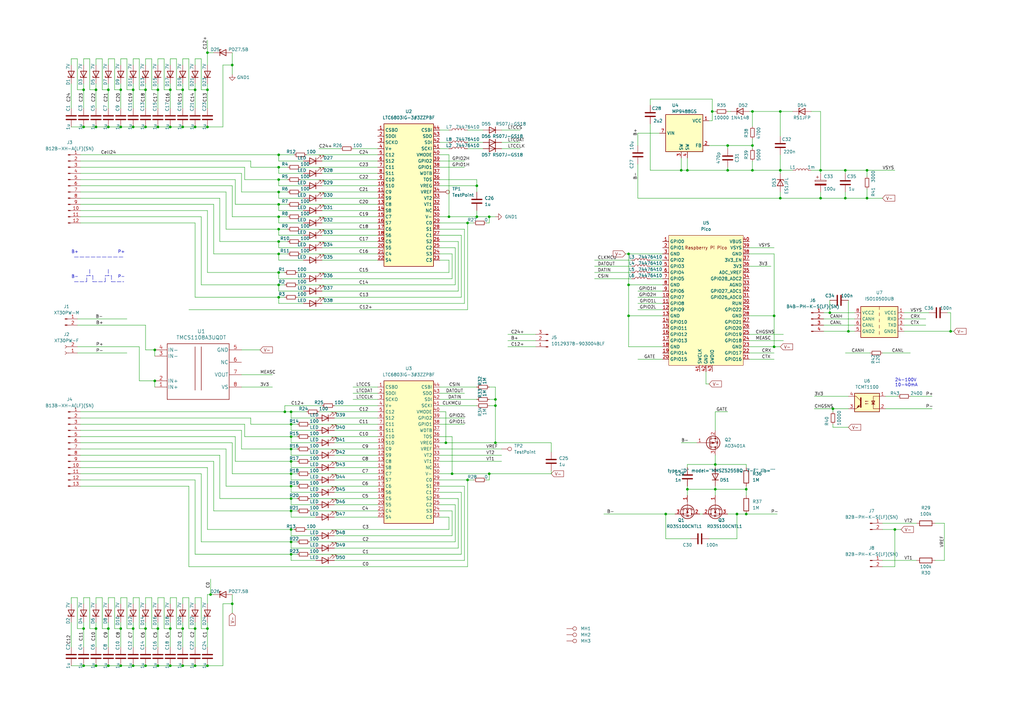
<source format=kicad_sch>
(kicad_sch (version 20211123) (generator eeschema)
  (paper "A3")
  (lib_symbols
    (symbol "Battery_Management:LTC6803-3"
      (property "Reference" "U" (at -11.43 -1.27 0))
      (property "Value" "LTC6803-3" (at 3.81 -1.27 0))
      (symbol "LTC6803-3_1_1"
        (pin input line (at -13.97 -5.08 0) (length 2.54) (name "CSBO") (number "1"))
        (pin input line (at -13.97 -27.94 0) (length 2.54) (name "S10") (number "10"))
        (pin input line (at -13.97 -30.48 0) (length 2.54) (name "C9") (number "11"))
        (pin input line (at -13.97 -33.02 0) (length 2.54) (name "S9") (number "12"))
        (pin input line (at -13.97 -35.56 0) (length 2.54) (name "C8") (number "13"))
        (pin input line (at -13.97 -38.1 0) (length 2.54) (name "S8") (number "14"))
        (pin input line (at -13.97 -40.64 0) (length 2.54) (name "C7") (number "15"))
        (pin input line (at -13.97 -43.18 0) (length 2.54) (name "S7") (number "16"))
        (pin input line (at -13.97 -45.72 0) (length 2.54) (name "C6") (number "17"))
        (pin input line (at -13.97 -48.26 0) (length 2.54) (name "S6") (number "18"))
        (pin input line (at -13.97 -50.8 0) (length 2.54) (name "C5") (number "19"))
        (pin input line (at -13.97 -7.62 0) (length 2.54) (name "SDOI") (number "2"))
        (pin input line (at -13.97 -53.34 0) (length 2.54) (name "S5") (number "20"))
        (pin input line (at -13.97 -55.88 0) (length 2.54) (name "C4") (number "21"))
        (pin input line (at -13.97 -58.42 0) (length 2.54) (name "S4") (number "22"))
        (pin input line (at 11.43 -58.42 180) (length 2.54) (name "C3") (number "23"))
        (pin input line (at 11.43 -55.88 180) (length 2.54) (name "S3") (number "24"))
        (pin input line (at 11.43 -53.34 180) (length 2.54) (name "C2") (number "25"))
        (pin input line (at 11.43 -50.8 180) (length 2.54) (name "S2") (number "26"))
        (pin input line (at 11.43 -48.26 180) (length 2.54) (name "C1") (number "27"))
        (pin output line (at 11.43 -45.72 180) (length 2.54) (name "S1") (number "28"))
        (pin input line (at 11.43 -43.18 180) (length 2.54) (name "C0") (number "29"))
        (pin input line (at -13.97 -10.16 0) (length 2.54) (name "SCKO") (number "3"))
        (pin input line (at 11.43 -40.64 180) (length 2.54) (name "V-") (number "30"))
        (pin input line (at 11.43 -38.1 180) (length 2.54) (name "NC") (number "31"))
        (pin input line (at 11.43 -35.56 180) (length 2.54) (name "VT1") (number "32"))
        (pin input line (at 11.43 -33.02 180) (length 2.54) (name "VT2") (number "33"))
        (pin input line (at 11.43 -30.48 180) (length 2.54) (name "VREF") (number "34"))
        (pin input line (at 11.43 -27.94 180) (length 2.54) (name "VREG") (number "35"))
        (pin input line (at 11.43 -25.4 180) (length 2.54) (name "TOS") (number "36"))
        (pin input line (at 11.43 -22.86 180) (length 2.54) (name "WDTB") (number "37"))
        (pin input line (at 11.43 -20.32 180) (length 2.54) (name "GPIO1") (number "38"))
        (pin input line (at 11.43 -17.78 180) (length 2.54) (name "GPIO2") (number "39"))
        (pin input line (at -13.97 -12.7 0) (length 2.54) (name "V+") (number "4"))
        (pin input line (at 11.43 -15.24 180) (length 2.54) (name "VMODE") (number "40"))
        (pin input line (at 11.43 -12.7 180) (length 2.54) (name "SCKI") (number "41"))
        (pin input line (at 11.43 -10.16 180) (length 2.54) (name "SDI") (number "42"))
        (pin input line (at 11.43 -7.62 180) (length 2.54) (name "SDO") (number "43"))
        (pin input line (at 11.43 -5.08 180) (length 2.54) (name "CSBI") (number "44"))
        (pin input line (at -13.97 -15.24 0) (length 2.54) (name "C12") (number "5"))
        (pin input line (at -13.97 -17.78 0) (length 2.54) (name "S12") (number "6"))
        (pin input line (at -13.97 -20.32 0) (length 2.54) (name "C11") (number "7"))
        (pin input line (at -13.97 -22.86 0) (length 2.54) (name "S11") (number "8"))
        (pin input line (at -13.97 -25.4 0) (length 2.54) (name "C10") (number "9"))
      )
    )
    (symbol "Connector:Conn_01x02_Female" (pin_names (offset 1.016) hide)
      (property "Reference" "J" (at 0 2.54 0))
      (property "Value" "Conn_01x02_Female" (at 0 -5.08 0))
      (symbol "Conn_01x02_Female_1_1"
        (pin passive line (at -5.08 0 0) (length 3.81) (name "Pin_1") (number "1"))
        (pin passive line (at -5.08 -2.54 0) (length 3.81) (name "Pin_2") (number "2"))
      )
    )
    (symbol "Connector:Conn_01x02_Male" (pin_names (offset 1.016) hide)
      (property "Reference" "J" (at 0 2.54 0))
      (property "Value" "Conn_01x02_Male" (at 0 -5.08 0))
      (symbol "Conn_01x02_Male_1_1"
        (pin passive line (at 5.08 0 180) (length 3.81) (name "Pin_1") (number "1"))
        (pin passive line (at 5.08 -2.54 180) (length 3.81) (name "Pin_2") (number "2"))
      )
    )
    (symbol "Connector:Conn_01x03_Male" (pin_names (offset 1.016) hide)
      (property "Reference" "J" (at 0 5.08 0))
      (property "Value" "Conn_01x03_Male" (at 0 -5.08 0))
      (symbol "Conn_01x03_Male_1_1"
        (pin passive line (at 5.08 2.54 180) (length 3.81) (name "Pin_1") (number "1"))
        (pin passive line (at 5.08 0 180) (length 3.81) (name "Pin_2") (number "2"))
        (pin passive line (at 5.08 -2.54 180) (length 3.81) (name "Pin_3") (number "3"))
      )
    )
    (symbol "Connector:Conn_01x04_Male" (pin_names (offset 1.016) hide)
      (property "Reference" "J" (at 0 5.08 0))
      (property "Value" "Conn_01x04_Male" (at 0 -7.62 0))
      (symbol "Conn_01x04_Male_1_1"
        (pin passive line (at 5.08 2.54 180) (length 3.81) (name "Pin_1") (number "1"))
        (pin passive line (at 5.08 0 180) (length 3.81) (name "Pin_2") (number "2"))
        (pin passive line (at 5.08 -2.54 180) (length 3.81) (name "Pin_3") (number "3"))
        (pin passive line (at 5.08 -5.08 180) (length 3.81) (name "Pin_4") (number "4"))
      )
    )
    (symbol "Connector:Conn_01x12_Male" (pin_names (offset 1.016) hide)
      (property "Reference" "J" (at 0 15.24 0))
      (property "Value" "Conn_01x12_Male" (at 0 -17.78 0))
      (symbol "Conn_01x12_Male_1_1"
        (pin passive line (at 5.08 12.7 180) (length 3.81) (name "Pin_1") (number "1"))
        (pin passive line (at 5.08 -10.16 180) (length 3.81) (name "Pin_10") (number "10"))
        (pin passive line (at 5.08 -12.7 180) (length 3.81) (name "Pin_11") (number "11"))
        (pin passive line (at 5.08 -15.24 180) (length 3.81) (name "Pin_12") (number "12"))
        (pin passive line (at 5.08 10.16 180) (length 3.81) (name "Pin_2") (number "2"))
        (pin passive line (at 5.08 7.62 180) (length 3.81) (name "Pin_3") (number "3"))
        (pin passive line (at 5.08 5.08 180) (length 3.81) (name "Pin_4") (number "4"))
        (pin passive line (at 5.08 2.54 180) (length 3.81) (name "Pin_5") (number "5"))
        (pin passive line (at 5.08 0 180) (length 3.81) (name "Pin_6") (number "6"))
        (pin passive line (at 5.08 -2.54 180) (length 3.81) (name "Pin_7") (number "7"))
        (pin passive line (at 5.08 -5.08 180) (length 3.81) (name "Pin_8") (number "8"))
        (pin passive line (at 5.08 -7.62 180) (length 3.81) (name "Pin_9") (number "9"))
      )
    )
    (symbol "Connector:Conn_01x13_Male" (pin_names (offset 1.016) hide)
      (property "Reference" "J" (at 0 17.78 0))
      (property "Value" "Conn_01x13_Male" (at 0 -17.78 0))
      (symbol "Conn_01x13_Male_1_1"
        (pin passive line (at 5.08 15.24 180) (length 3.81) (name "Pin_1") (number "1"))
        (pin passive line (at 5.08 -7.62 180) (length 3.81) (name "Pin_10") (number "10"))
        (pin passive line (at 5.08 -10.16 180) (length 3.81) (name "Pin_11") (number "11"))
        (pin passive line (at 5.08 -12.7 180) (length 3.81) (name "Pin_12") (number "12"))
        (pin passive line (at 5.08 -15.24 180) (length 3.81) (name "Pin_13") (number "13"))
        (pin passive line (at 5.08 12.7 180) (length 3.81) (name "Pin_2") (number "2"))
        (pin passive line (at 5.08 10.16 180) (length 3.81) (name "Pin_3") (number "3"))
        (pin passive line (at 5.08 7.62 180) (length 3.81) (name "Pin_4") (number "4"))
        (pin passive line (at 5.08 5.08 180) (length 3.81) (name "Pin_5") (number "5"))
        (pin passive line (at 5.08 2.54 180) (length 3.81) (name "Pin_6") (number "6"))
        (pin passive line (at 5.08 0 180) (length 3.81) (name "Pin_7") (number "7"))
        (pin passive line (at 5.08 -2.54 180) (length 3.81) (name "Pin_8") (number "8"))
        (pin passive line (at 5.08 -5.08 180) (length 3.81) (name "Pin_9") (number "9"))
      )
    )
    (symbol "Connector:TestPoint" (pin_numbers hide) (pin_names (offset 0.762) hide)
      (property "Reference" "TP" (at 0 6.858 0))
      (property "Value" "TestPoint" (at 0 5.08 0))
      (symbol "TestPoint_1_1"
        (pin passive line (at 0 0 90) (length 2.54) (name "1") (number "1"))
      )
    )
    (symbol "Converter_DCDC:MP9488GS"
      (property "Reference" "U" (at 0 3.81 0))
      (property "Value" "MP9488GS" (at 0 1.27 0))
      (symbol "MP9488GS_1_1"
        (pin input line (at 10.16 -2.54 180) (length 2.54) (name "VCC") (number "1"))
        (pin input line (at 10.16 -12.7 180) (length 2.54) (name "FB") (number "2"))
        (pin input line (at -1.27 -17.78 90) (length 2.54) (name "SW") (number "3"))
        (pin input line (at 1.27 -17.78 90) (length 2.54) (name "SW") (number "4"))
        (pin input line (at -10.16 -7.62 0) (length 2.54) (name "VIN") (number "7"))
      )
    )
    (symbol "Converter_DCDC:TMCS1108A3UQDR" (pin_names (offset 0.254))
      (property "Reference" "U" (at 13.97 8.89 0))
      (property "Value" "TMCS1108A3UQDR" (at 16.51 6.35 0))
      (symbol "TMCS1108A3UQDR_1_1"
        (pin unspecified line (at 0 0 0) (length 5.08) (name "IN+") (number "1"))
        (pin unspecified line (at 0 -2.54 0) (length 5.08) (name "IN+") (number "2"))
        (pin unspecified line (at 0 -12.7 0) (length 5.08) (name "IN-") (number "3"))
        (pin unspecified line (at 0 -15.24 0) (length 5.08) (name "IN-") (number "4"))
        (pin power_in line (at 35.56 -15.24 180) (length 5.08) (name "GND") (number "5"))
        (pin unspecified line (at 35.56 -10.16 180) (length 5.08) (name "NC") (number "6"))
        (pin unspecified line (at 35.56 -5.08 180) (length 5.08) (name "VOUT") (number "7"))
        (pin power_in line (at 35.56 0 180) (length 5.08) (name "VS") (number "8"))
      )
    )
    (symbol "Device:C" (pin_numbers hide) (pin_names (offset 0.254))
      (property "Reference" "C" (at 0.635 2.54 0))
      (property "Value" "C" (at 0.635 -2.54 0))
      (symbol "C_1_1"
        (pin passive line (at 0 3.81 270) (length 2.794) (name "~") (number "1"))
        (pin passive line (at 0 -3.81 90) (length 2.794) (name "~") (number "2"))
      )
    )
    (symbol "Device:C_Polarized" (pin_numbers hide) (pin_names (offset 0.254))
      (property "Reference" "C" (at 0.635 2.54 0))
      (property "Value" "C_Polarized" (at 0.635 -2.54 0))
      (symbol "C_Polarized_1_1"
        (pin passive line (at 0 3.81 270) (length 2.794) (name "~") (number "1"))
        (pin passive line (at 0 -3.81 90) (length 2.794) (name "~") (number "2"))
      )
    )
    (symbol "Device:D_Zener" (pin_numbers hide) (pin_names (offset 1.016) hide)
      (property "Reference" "D" (at 0 2.54 0))
      (property "Value" "D_Zener" (at 0 -2.54 0))
      (symbol "D_Zener_1_1"
        (pin passive line (at -3.81 0 0) (length 2.54) (name "K") (number "1"))
        (pin passive line (at 3.81 0 180) (length 2.54) (name "A") (number "2"))
      )
    )
    (symbol "Device:L" (pin_numbers hide) (pin_names (offset 1.016) hide)
      (property "Reference" "L" (at -1.27 0 90))
      (property "Value" "L" (at 1.905 0 90))
      (symbol "L_1_1"
        (pin passive line (at 0 3.81 270) (length 1.27) (name "1") (number "1"))
        (pin passive line (at 0 -3.81 90) (length 1.27) (name "2") (number "2"))
      )
    )
    (symbol "Device:LED" (pin_numbers hide) (pin_names (offset 1.016) hide)
      (property "Reference" "D" (at 0 2.54 0))
      (property "Value" "LED" (at 0 -2.54 0))
      (symbol "LED_1_1"
        (pin passive line (at -3.81 0 0) (length 2.54) (name "K") (number "1"))
        (pin passive line (at 3.81 0 180) (length 2.54) (name "A") (number "2"))
      )
    )
    (symbol "Device:R" (pin_numbers hide) (pin_names (offset 0))
      (property "Reference" "R" (at 2.032 0 90))
      (property "Value" "R" (at 0 0 90))
      (symbol "R_1_1"
        (pin passive line (at 0 3.81 270) (length 1.27) (name "~") (number "1"))
        (pin passive line (at 0 -3.81 90) (length 1.27) (name "~") (number "2"))
      )
    )
    (symbol "Device:R_Small" (pin_numbers hide) (pin_names (offset 0.254) hide)
      (property "Reference" "R" (at 0.762 0.508 0))
      (property "Value" "R_Small" (at 0.762 -1.016 0))
      (symbol "R_Small_1_1"
        (pin passive line (at 0 2.54 270) (length 0.762) (name "~") (number "1"))
        (pin passive line (at 0 -2.54 90) (length 0.762) (name "~") (number "2"))
      )
    )
    (symbol "Diode:1N914" (pin_numbers hide) (pin_names hide)
      (property "Reference" "D" (at 0 2.54 0))
      (property "Value" "1N914" (at 0 -2.54 0))
      (symbol "1N914_1_1"
        (pin passive line (at -3.81 0 0) (length 2.54) (name "K") (number "1"))
        (pin passive line (at 3.81 0 180) (length 2.54) (name "A") (number "2"))
      )
    )
    (symbol "Interface_CAN_LIN:ISO1050DUB"
      (property "Reference" "U" (at -6.35 6.35 0))
      (property "Value" "ISO1050DUB" (at 2.54 6.35 0))
      (symbol "ISO1050DUB_1_1"
        (pin power_in line (at -10.16 2.54 0) (length 2.54) (name "VCC1") (number "1"))
        (pin output line (at -10.16 0 0) (length 2.54) (name "RXD") (number "2"))
        (pin input line (at -10.16 -2.54 0) (length 2.54) (name "TXD") (number "3"))
        (pin power_in line (at -10.16 -5.08 0) (length 2.54) (name "GND1") (number "4"))
        (pin power_in line (at 10.16 -5.08 180) (length 2.54) (name "GND2") (number "5"))
        (pin bidirectional line (at 10.16 -2.54 180) (length 2.54) (name "CANL") (number "6"))
        (pin bidirectional line (at 10.16 0 180) (length 2.54) (name "CANH") (number "7"))
        (pin power_in line (at 10.16 2.54 180) (length 2.54) (name "VCC2") (number "8"))
      )
    )
    (symbol "Isolator:TCMT1100" (pin_names (offset 1.016))
      (property "Reference" "U" (at 0 5.08 0))
      (property "Value" "TCMT1100" (at 0 -5.08 0))
      (symbol "TCMT1100_1_1"
        (pin passive line (at -7.62 2.54 0) (length 2.54) (name "~") (number "1"))
        (pin passive line (at -7.62 -2.54 0) (length 2.54) (name "~") (number "2"))
        (pin passive line (at 7.62 -2.54 180) (length 2.54) (name "~") (number "3"))
        (pin passive line (at 7.62 2.54 180) (length 2.54) (name "~") (number "4"))
      )
    )
    (symbol "MCU_RaspberryPi_and_Boards:Pico"
      (property "Reference" "U" (at -13.97 27.94 0))
      (property "Value" "Pico" (at 0 19.05 0))
      (symbol "Pico_0_0"
        (text "Raspberry Pi Pico" (at 0 21.59 0) (effects (font (size 1.27 1.27))))
      )
      (symbol "Pico_1_1"
        (pin bidirectional line (at -17.78 24.13 0) (length 2.54) (name "GPIO0") (number "1"))
        (pin bidirectional line (at -17.78 1.27 0) (length 2.54) (name "GPIO7") (number "10"))
        (pin bidirectional line (at -17.78 -1.27 0) (length 2.54) (name "GPIO8") (number "11"))
        (pin bidirectional line (at -17.78 -3.81 0) (length 2.54) (name "GPIO9") (number "12"))
        (pin power_in line (at -17.78 -6.35 0) (length 2.54) (name "GND") (number "13"))
        (pin bidirectional line (at -17.78 -8.89 0) (length 2.54) (name "GPIO10") (number "14"))
        (pin bidirectional line (at -17.78 -11.43 0) (length 2.54) (name "GPIO11") (number "15"))
        (pin bidirectional line (at -17.78 -13.97 0) (length 2.54) (name "GPIO12") (number "16"))
        (pin bidirectional line (at -17.78 -16.51 0) (length 2.54) (name "GPIO13") (number "17"))
        (pin power_in line (at -17.78 -19.05 0) (length 2.54) (name "GND") (number "18"))
        (pin bidirectional line (at -17.78 -21.59 0) (length 2.54) (name "GPIO14") (number "19"))
        (pin bidirectional line (at -17.78 21.59 0) (length 2.54) (name "GPIO1") (number "2"))
        (pin bidirectional line (at -17.78 -24.13 0) (length 2.54) (name "GPIO15") (number "20"))
        (pin bidirectional line (at 17.78 -24.13 180) (length 2.54) (name "GPIO16") (number "21"))
        (pin bidirectional line (at 17.78 -21.59 180) (length 2.54) (name "GPIO17") (number "22"))
        (pin power_in line (at 17.78 -19.05 180) (length 2.54) (name "GND") (number "23"))
        (pin bidirectional line (at 17.78 -16.51 180) (length 2.54) (name "GPIO18") (number "24"))
        (pin bidirectional line (at 17.78 -13.97 180) (length 2.54) (name "GPIO19") (number "25"))
        (pin bidirectional line (at 17.78 -11.43 180) (length 2.54) (name "GPIO20") (number "26"))
        (pin bidirectional line (at 17.78 -8.89 180) (length 2.54) (name "GPIO21") (number "27"))
        (pin power_in line (at 17.78 -6.35 180) (length 2.54) (name "GND") (number "28"))
        (pin bidirectional line (at 17.78 -3.81 180) (length 2.54) (name "GPIO22") (number "29"))
        (pin power_in line (at -17.78 19.05 0) (length 2.54) (name "GND") (number "3"))
        (pin input line (at 17.78 -1.27 180) (length 2.54) (name "RUN") (number "30"))
        (pin bidirectional line (at 17.78 1.27 180) (length 2.54) (name "GPIO26_ADC0") (number "31"))
        (pin bidirectional line (at 17.78 3.81 180) (length 2.54) (name "GPIO27_ADC1") (number "32"))
        (pin power_in line (at 17.78 6.35 180) (length 2.54) (name "AGND") (number "33"))
        (pin bidirectional line (at 17.78 8.89 180) (length 2.54) (name "GPIO28_ADC2") (number "34"))
        (pin power_in line (at 17.78 11.43 180) (length 2.54) (name "ADC_VREF") (number "35"))
        (pin power_in line (at 17.78 13.97 180) (length 2.54) (name "3V3") (number "36"))
        (pin input line (at 17.78 16.51 180) (length 2.54) (name "3V3_EN") (number "37"))
        (pin bidirectional line (at 17.78 19.05 180) (length 2.54) (name "GND") (number "38"))
        (pin power_in line (at 17.78 21.59 180) (length 2.54) (name "VSYS") (number "39"))
        (pin bidirectional line (at -17.78 16.51 0) (length 2.54) (name "GPIO2") (number "4"))
        (pin power_in line (at 17.78 24.13 180) (length 2.54) (name "VBUS") (number "40"))
        (pin input line (at -2.54 -29.21 90) (length 2.54) (name "SWCLK") (number "41"))
        (pin power_in line (at 0 -29.21 90) (length 2.54) (name "GND") (number "42"))
        (pin bidirectional line (at 2.54 -29.21 90) (length 2.54) (name "SWDIO") (number "43"))
        (pin bidirectional line (at -17.78 13.97 0) (length 2.54) (name "GPIO3") (number "5"))
        (pin bidirectional line (at -17.78 11.43 0) (length 2.54) (name "GPIO4") (number "6"))
        (pin bidirectional line (at -17.78 8.89 0) (length 2.54) (name "GPIO5") (number "7"))
        (pin power_in line (at -17.78 6.35 0) (length 2.54) (name "GND") (number "8"))
        (pin bidirectional line (at -17.78 3.81 0) (length 2.54) (name "GPIO6") (number "9"))
      )
    )
    (symbol "Simulation_SPICE:DIODE" (pin_numbers hide) (pin_names (offset 1.016) hide)
      (property "Reference" "D" (at 0 2.54 0))
      (property "Value" "DIODE" (at 0 -2.54 0))
      (symbol "DIODE_1_1"
        (pin passive line (at -3.81 0 0) (length 2.54) (name "A") (number "1"))
        (pin passive line (at 3.81 0 180) (length 2.54) (name "K") (number "2"))
      )
    )
    (symbol "Transistor_FET:AO3401A" (pin_names hide)
      (property "Reference" "Q" (at 5.08 1.905 0))
      (property "Value" "AO3401A" (at 5.08 0 0))
      (symbol "AO3401A_1_1"
        (pin input line (at -5.08 0 0) (length 2.54) (name "G") (number "1"))
        (pin passive line (at 2.54 -5.08 90) (length 2.54) (name "S") (number "2"))
        (pin passive line (at 2.54 5.08 270) (length 2.54) (name "D") (number "3"))
      )
    )
    (symbol "Transistor_FET:IPD50R3K0CE" (pin_names hide)
      (property "Reference" "Q" (at 5.08 1.905 0))
      (property "Value" "IPD50R3K0CE" (at 5.08 0 0))
      (symbol "IPD50R3K0CE_1_1"
        (pin input line (at -5.08 0 0) (length 2.54) (name "G") (number "1"))
        (pin passive line (at 2.54 5.08 270) (length 2.54) (name "D") (number "2"))
        (pin passive line (at 2.54 -5.08 90) (length 2.54) (name "S") (number "3"))
      )
    )
    (symbol "power:GND1" (power) (pin_names (offset 0))
      (property "Value" "GND1" (at 0 -3.81 0))
      (symbol "GND1_1_1"
        (pin power_in line (at 0 0 270) (length 0) hide (name "GND1") (number "1"))
      )
    )
  )
  (junction (at 119.38 217.17))
  (junction (at 59.69 36.83))
  (junction (at 114.3 63.5))
  (junction (at 119.38 184.15))
  (junction (at 80.01 36.83))
  (junction (at 182.88 181.61))
  (junction (at 80.01 257.81))
  (junction (at 298.45 69.85))
  (junction (at 119.38 209.55))
  (junction (at 85.09 36.83))
  (junction (at 116.84 168.91))
  (junction (at 49.53 273.05))
  (junction (at 347.98 135.89))
  (junction (at 195.58 76.2))
  (junction (at 293.37 200.66))
  (junction (at 74.93 257.81))
  (junction (at 114.3 99.06))
  (junction (at 74.93 273.05))
  (junction (at 114.3 93.98))
  (junction (at 49.53 36.83))
  (junction (at 39.37 36.83))
  (junction (at 279.4 69.85))
  (junction (at 49.53 52.07))
  (junction (at 355.6 81.28))
  (junction (at 257.81 129.54))
  (junction (at 119.38 168.91))
  (junction (at 69.85 273.05))
  (junction (at 44.45 36.83))
  (junction (at 114.3 121.92))
  (junction (at 69.85 52.07))
  (junction (at 119.38 227.33))
  (junction (at 59.69 52.07))
  (junction (at 64.77 257.81))
  (junction (at 39.37 273.05))
  (junction (at 346.71 81.28))
  (junction (at 39.37 52.07))
  (junction (at 63.5 143.51))
  (junction (at 114.3 68.58))
  (junction (at 184.15 88.9))
  (junction (at 69.85 257.81))
  (junction (at 69.85 36.83))
  (junction (at 273.05 210.82))
  (junction (at 114.3 78.74))
  (junction (at 257.81 104.14))
  (junction (at 317.5 142.24))
  (junction (at 308.61 45.72))
  (junction (at 54.61 257.81))
  (junction (at 195.58 88.9))
  (junction (at 317.5 129.54))
  (junction (at 114.3 73.66))
  (junction (at 355.6 69.85))
  (junction (at 44.45 257.81))
  (junction (at 119.38 179.07))
  (junction (at 308.61 59.69))
  (junction (at 114.3 88.9))
  (junction (at 74.93 36.83))
  (junction (at 389.89 135.89))
  (junction (at 298.45 59.69))
  (junction (at 49.53 257.81))
  (junction (at 257.81 116.84))
  (junction (at 346.71 69.85))
  (junction (at 203.2 166.37))
  (junction (at 191.77 196.85))
  (junction (at 308.61 69.85))
  (junction (at 74.93 52.07))
  (junction (at 114.3 104.14))
  (junction (at 119.38 194.31))
  (junction (at 119.38 173.99))
  (junction (at 44.45 52.07))
  (junction (at 367.03 217.17))
  (junction (at 336.55 69.85))
  (junction (at 114.3 83.82))
  (junction (at 185.42 194.31))
  (junction (at 34.29 273.05))
  (junction (at 203.2 181.61))
  (junction (at 114.3 111.76))
  (junction (at 54.61 36.83))
  (junction (at 85.09 257.81))
  (junction (at 39.37 257.81))
  (junction (at 320.04 69.85))
  (junction (at 86.36 243.84))
  (junction (at 119.38 189.23))
  (junction (at 200.66 88.9))
  (junction (at 200.66 194.31))
  (junction (at 59.69 273.05))
  (junction (at 119.38 204.47))
  (junction (at 119.38 222.25))
  (junction (at 54.61 273.05))
  (junction (at 64.77 36.83))
  (junction (at 191.77 91.44))
  (junction (at 34.29 36.83))
  (junction (at 64.77 52.07))
  (junction (at 80.01 52.07))
  (junction (at 336.55 81.28))
  (junction (at 340.36 128.27))
  (junction (at 95.25 247.65))
  (junction (at 34.29 52.07))
  (junction (at 85.09 273.05))
  (junction (at 341.63 167.64))
  (junction (at 292.1 45.72))
  (junction (at 80.01 273.05))
  (junction (at 293.37 190.5))
  (junction (at 44.45 273.05))
  (junction (at 306.07 210.82))
  (junction (at 302.26 210.82))
  (junction (at 59.69 257.81))
  (junction (at 64.77 273.05))
  (junction (at 119.38 199.39))
  (junction (at 281.94 69.85))
  (junction (at 114.3 116.84))
  (junction (at 95.25 26.67))
  (junction (at 34.29 257.81))
  (junction (at 54.61 52.07))
  (junction (at 85.09 52.07))
  (junction (at 63.5 156.21))
  (junction (at 203.2 163.83))
  (junction (at 320.04 81.28))
  (junction (at 281.94 200.66))
  (junction (at 85.09 21.59))
  (junction (at 320.04 45.72))
  (junction (at 306.07 200.66))
  (wire (pts (xy 132.08 76.2) (xy 154.94 76.2)))
  (wire (pts (xy 80.01 24.13) (xy 80.01 26.67)))
  (wire (pts (xy 85.09 36.83) (xy 85.09 44.45)))
  (wire (pts (xy 69.85 257.81) (xy 69.85 255.27)))
  (wire (pts (xy 95.25 181.61) (xy 95.25 194.31)))
  (wire (pts (xy 367.03 217.17) (xy 369.57 217.17)))
  (wire (pts (xy 180.34 179.07) (xy 185.42 179.07)))
  (wire (pts (xy 80.01 257.81) (xy 80.01 255.27)))
  (wire (pts (xy 85.09 243.84) (xy 86.36 243.84)))
  (wire (pts (xy 187.96 99.06) (xy 180.34 99.06)))
  (wire (pts (xy 85.09 36.83) (xy 82.55 36.83)))
  (wire (pts (xy 281.94 64.77) (xy 281.94 69.85)))
  (polyline (pts (xy 35.56 115.57) (xy 35.56 113.03)))
  (polyline (pts (xy 43.18 113.03) (xy 45.72 113.03)))
  (wire (pts (xy 123.19 78.74) (xy 154.94 78.74)))
  (wire (pts (xy 190.5 199.39) (xy 190.5 229.87)))
  (wire (pts (xy 180.34 88.9) (xy 184.15 88.9)))
  (wire (pts (xy 346.71 71.12) (xy 346.71 69.85)))
  (wire (pts (xy 90.17 99.06) (xy 90.17 81.28)))
  (wire (pts (xy 187.96 224.79) (xy 187.96 204.47)))
  (wire (pts (xy 256.54 104.14) (xy 257.81 104.14)))
  (wire (pts (xy 336.55 69.85) (xy 346.71 69.85)))
  (wire (pts (xy 39.37 245.11) (xy 39.37 247.65)))
  (wire (pts (xy 119.38 184.15) (xy 121.92 184.15)))
  (wire (pts (xy 180.34 184.15) (xy 205.74 184.15)))
  (wire (pts (xy 119.38 227.33) (xy 119.38 229.87)))
  (wire (pts (xy 116.84 166.37) (xy 132.08 166.37)))
  (wire (pts (xy 54.61 36.83) (xy 52.07 36.83)))
  (wire (pts (xy 257.81 116.84) (xy 257.81 129.54)))
  (wire (pts (xy 31.75 245.11) (xy 29.21 245.11)))
  (wire (pts (xy 184.15 212.09) (xy 180.34 212.09)))
  (wire (pts (xy 273.05 210.82) (xy 276.86 210.82)))
  (wire (pts (xy 125.73 217.17) (xy 184.15 217.17)))
  (wire (pts (xy 317.5 142.24) (xy 320.04 142.24)))
  (wire (pts (xy 64.77 257.81) (xy 64.77 265.43)))
  (wire (pts (xy 195.58 86.36) (xy 195.58 88.9)))
  (wire (pts (xy 182.88 168.91) (xy 182.88 181.61)))
  (wire (pts (xy 203.2 158.75) (xy 203.2 163.83)))
  (wire (pts (xy 123.19 104.14) (xy 154.94 104.14)))
  (wire (pts (xy 119.38 181.61) (xy 129.54 181.61)))
  (wire (pts (xy 180.34 171.45) (xy 190.5 171.45)))
  (wire (pts (xy 361.95 232.41) (xy 367.03 232.41)))
  (wire (pts (xy 62.23 257.81) (xy 62.23 245.11)))
  (wire (pts (xy 102.87 171.45) (xy 102.87 173.99)))
  (wire (pts (xy 41.91 36.83) (xy 41.91 24.13)))
  (wire (pts (xy 306.07 210.82) (xy 318.77 210.82)))
  (wire (pts (xy 49.53 36.83) (xy 49.53 44.45)))
  (wire (pts (xy 189.23 201.93) (xy 180.34 201.93)))
  (wire (pts (xy 180.34 173.99) (xy 190.5 173.99)))
  (wire (pts (xy 341.63 173.99) (xy 341.63 175.26)))
  (wire (pts (xy 36.83 36.83) (xy 36.83 24.13)))
  (wire (pts (xy 137.16 224.79) (xy 187.96 224.79)))
  (wire (pts (xy 281.94 190.5) (xy 293.37 190.5)))
  (wire (pts (xy 337.82 135.89) (xy 347.98 135.89)))
  (wire (pts (xy 46.99 245.11) (xy 44.45 245.11)))
  (wire (pts (xy 49.53 257.81) (xy 49.53 255.27)))
  (wire (pts (xy 64.77 245.11) (xy 67.31 245.11)))
  (wire (pts (xy 36.83 24.13) (xy 34.29 24.13)))
  (wire (pts (xy 261.62 67.31) (xy 261.62 81.28)))
  (wire (pts (xy 132.08 124.46) (xy 190.5 124.46)))
  (wire (pts (xy 180.34 76.2) (xy 195.58 76.2)))
  (wire (pts (xy 257.81 129.54) (xy 257.81 142.24)))
  (wire (pts (xy 31.75 257.81) (xy 31.75 245.11)))
  (wire (pts (xy 33.02 88.9) (xy 82.55 88.9)))
  (wire (pts (xy 69.85 36.83) (xy 69.85 34.29)))
  (wire (pts (xy 191.77 53.34) (xy 198.12 53.34)))
  (wire (pts (xy 80.01 36.83) (xy 80.01 34.29)))
  (wire (pts (xy 85.09 86.36) (xy 85.09 111.76)))
  (wire (pts (xy 57.15 36.83) (xy 57.15 24.13)))
  (wire (pts (xy 102.87 68.58) (xy 114.3 68.58)))
  (wire (pts (xy 114.3 104.14) (xy 114.3 106.68)))
  (wire (pts (xy 341.63 167.64) (xy 341.63 168.91)))
  (wire (pts (xy 92.71 78.74) (xy 92.71 93.98)))
  (wire (pts (xy 243.84 111.76) (xy 259.08 111.76)))
  (wire (pts (xy 226.06 194.31) (xy 226.06 193.04)))
  (polyline (pts (xy 43.18 115.57) (xy 43.18 113.03)))
  (wire (pts (xy 370.84 133.35) (xy 379.73 133.35)))
  (wire (pts (xy 54.61 257.81) (xy 54.61 265.43)))
  (wire (pts (xy 102.87 66.04) (xy 102.87 68.58)))
  (wire (pts (xy 91.44 273.05) (xy 91.44 247.65)))
  (wire (pts (xy 293.37 190.5) (xy 306.07 190.5)))
  (wire (pts (xy 191.77 91.44) (xy 194.31 91.44)))
  (wire (pts (xy 184.15 106.68) (xy 180.34 106.68)))
  (wire (pts (xy 132.08 114.3) (xy 185.42 114.3)))
  (wire (pts (xy 130.81 60.96) (xy 139.7 60.96)))
  (wire (pts (xy 114.3 81.28) (xy 124.46 81.28)))
  (wire (pts (xy 200.66 88.9) (xy 200.66 91.44)))
  (wire (pts (xy 203.2 163.83) (xy 203.2 166.37)))
  (wire (pts (xy 57.15 156.21) (xy 63.5 156.21)))
  (wire (pts (xy 123.19 73.66) (xy 154.94 73.66)))
  (wire (pts (xy 127 184.15) (xy 154.94 184.15)))
  (wire (pts (xy 347.98 135.89) (xy 350.52 135.89)))
  (wire (pts (xy 95.25 76.2) (xy 95.25 88.9)))
  (wire (pts (xy 33.02 173.99) (xy 100.33 173.99)))
  (wire (pts (xy 307.34 137.16) (xy 321.31 137.16)))
  (wire (pts (xy 74.93 36.83) (xy 74.93 34.29)))
  (wire (pts (xy 302.26 220.98) (xy 302.26 210.82)))
  (wire (pts (xy 119.38 229.87) (xy 129.54 229.87)))
  (wire (pts (xy 85.09 52.07) (xy 91.44 52.07)))
  (wire (pts (xy 69.85 52.07) (xy 74.93 52.07)))
  (wire (pts (xy 370.84 128.27) (xy 381 128.27)))
  (wire (pts (xy 247.65 210.82) (xy 273.05 210.82)))
  (wire (pts (xy 46.99 257.81) (xy 46.99 245.11)))
  (wire (pts (xy 144.78 158.75) (xy 154.94 158.75)))
  (wire (pts (xy 118.11 99.06) (xy 114.3 99.06)))
  (wire (pts (xy 332.74 69.85) (xy 336.55 69.85)))
  (wire (pts (xy 33.02 83.82) (xy 87.63 83.82)))
  (wire (pts (xy 186.69 101.6) (xy 186.69 116.84)))
  (polyline (pts (xy 36.83 110.49) (xy 36.83 113.03)))
  (wire (pts (xy 336.55 81.28) (xy 336.55 78.74)))
  (wire (pts (xy 29.21 34.29) (xy 29.21 44.45)))
  (wire (pts (xy 271.78 119.38) (xy 261.62 119.38)))
  (wire (pts (xy 62.23 245.11) (xy 59.69 245.11)))
  (wire (pts (xy 92.71 199.39) (xy 119.38 199.39)))
  (wire (pts (xy 200.66 194.31) (xy 200.66 196.85)))
  (wire (pts (xy 144.78 161.29) (xy 154.94 161.29)))
  (wire (pts (xy 373.38 162.56) (xy 382.27 162.56)))
  (wire (pts (xy 119.38 179.07) (xy 119.38 181.61)))
  (wire (pts (xy 80.01 273.05) (xy 85.09 273.05)))
  (polyline (pts (xy 30.48 115.57) (xy 35.56 115.57)))
  (wire (pts (xy 266.7 111.76) (xy 271.78 111.76)))
  (wire (pts (xy 100.33 73.66) (xy 100.33 68.58)))
  (wire (pts (xy 367.03 232.41) (xy 367.03 217.17)))
  (wire (pts (xy 44.45 257.81) (xy 44.45 265.43)))
  (wire (pts (xy 307.34 139.7) (xy 321.31 139.7)))
  (wire (pts (xy 114.3 104.14) (xy 118.11 104.14)))
  (wire (pts (xy 205.74 58.42) (xy 213.36 58.42)))
  (wire (pts (xy 293.37 45.72) (xy 292.1 45.72)))
  (wire (pts (xy 132.08 91.44) (xy 154.94 91.44)))
  (wire (pts (xy 290.83 59.69) (xy 298.45 59.69)))
  (wire (pts (xy 80.01 36.83) (xy 80.01 44.45)))
  (wire (pts (xy 121.92 111.76) (xy 184.15 111.76)))
  (wire (pts (xy 74.93 257.81) (xy 74.93 255.27)))
  (wire (pts (xy 123.19 93.98) (xy 154.94 93.98)))
  (wire (pts (xy 114.3 116.84) (xy 116.84 116.84)))
  (wire (pts (xy 62.23 36.83) (xy 62.23 24.13)))
  (wire (pts (xy 64.77 257.81) (xy 62.23 257.81)))
  (wire (pts (xy 132.08 101.6) (xy 154.94 101.6)))
  (wire (pts (xy 200.66 163.83) (xy 203.2 163.83)))
  (wire (pts (xy 341.63 175.26) (xy 347.98 175.26)))
  (wire (pts (xy 59.69 52.07) (xy 64.77 52.07)))
  (wire (pts (xy 74.93 36.83) (xy 74.93 44.45)))
  (wire (pts (xy 180.34 209.55) (xy 185.42 209.55)))
  (wire (pts (xy 290.83 220.98) (xy 302.26 220.98)))
  (wire (pts (xy 33.02 194.31) (xy 82.55 194.31)))
  (wire (pts (xy 34.29 24.13) (xy 34.29 26.67)))
  (wire (pts (xy 99.06 78.74) (xy 114.3 78.74)))
  (wire (pts (xy 257.81 104.14) (xy 257.81 116.84)))
  (wire (pts (xy 59.69 36.83) (xy 59.69 34.29)))
  (wire (pts (xy 57.15 245.11) (xy 54.61 245.11)))
  (wire (pts (xy 119.38 199.39) (xy 119.38 201.93)))
  (wire (pts (xy 123.19 88.9) (xy 154.94 88.9)))
  (wire (pts (xy 33.02 91.44) (xy 80.01 91.44)))
  (wire (pts (xy 118.11 73.66) (xy 114.3 73.66)))
  (wire (pts (xy 114.3 91.44) (xy 124.46 91.44)))
  (wire (pts (xy 243.84 106.68) (xy 259.08 106.68)))
  (wire (pts (xy 119.38 168.91) (xy 119.38 171.45)))
  (wire (pts (xy 186.69 207.01) (xy 186.69 222.25)))
  (wire (pts (xy 387.35 214.63) (xy 387.35 229.87)))
  (wire (pts (xy 320.04 45.72) (xy 308.61 45.72)))
  (wire (pts (xy 195.58 76.2) (xy 195.58 78.74)))
  (wire (pts (xy 203.2 166.37) (xy 203.2 181.61)))
  (wire (pts (xy 306.07 190.5) (xy 306.07 191.77)))
  (wire (pts (xy 271.78 142.24) (xy 257.81 142.24)))
  (wire (pts (xy 266.7 69.85) (xy 279.4 69.85)))
  (wire (pts (xy 114.3 68.58) (xy 114.3 71.12)))
  (wire (pts (xy 33.02 191.77) (xy 85.09 191.77)))
  (wire (pts (xy 95.25 88.9) (xy 114.3 88.9)))
  (wire (pts (xy 41.91 257.81) (xy 41.91 245.11)))
  (wire (pts (xy 293.37 190.5) (xy 293.37 191.77)))
  (wire (pts (xy 320.04 55.88) (xy 320.04 45.72)))
  (wire (pts (xy 82.55 194.31) (xy 82.55 222.25)))
  (wire (pts (xy 119.38 212.09) (xy 129.54 212.09)))
  (wire (pts (xy 64.77 36.83) (xy 62.23 36.83)))
  (wire (pts (xy 185.42 179.07) (xy 185.42 194.31)))
  (wire (pts (xy 180.34 196.85) (xy 191.77 196.85)))
  (wire (pts (xy 95.25 194.31) (xy 119.38 194.31)))
  (wire (pts (xy 54.61 257.81) (xy 54.61 255.27)))
  (wire (pts (xy 119.38 209.55) (xy 119.38 212.09)))
  (wire (pts (xy 114.3 93.98) (xy 114.3 96.52)))
  (wire (pts (xy 114.3 83.82) (xy 114.3 86.36)))
  (wire (pts (xy 119.38 184.15) (xy 119.38 186.69)))
  (wire (pts (xy 44.45 257.81) (xy 41.91 257.81)))
  (wire (pts (xy 72.39 24.13) (xy 69.85 24.13)))
  (wire (pts (xy 64.77 36.83) (xy 64.77 34.29)))
  (wire (pts (xy 99.06 184.15) (xy 119.38 184.15)))
  (wire (pts (xy 91.44 247.65) (xy 95.25 247.65)))
  (wire (pts (xy 67.31 36.83) (xy 69.85 36.83)))
  (wire (pts (xy 298.45 210.82) (xy 302.26 210.82)))
  (wire (pts (xy 74.93 52.07) (xy 80.01 52.07)))
  (wire (pts (xy 59.69 143.51) (xy 63.5 143.51)))
  (wire (pts (xy 132.08 66.04) (xy 154.94 66.04)))
  (wire (pts (xy 33.02 179.07) (xy 96.52 179.07)))
  (wire (pts (xy 200.66 166.37) (xy 203.2 166.37)))
  (wire (pts (xy 320.04 81.28) (xy 336.55 81.28)))
  (wire (pts (xy 137.16 219.71) (xy 185.42 219.71)))
  (wire (pts (xy 33.02 81.28) (xy 90.17 81.28)))
  (wire (pts (xy 137.16 186.69) (xy 154.94 186.69)))
  (wire (pts (xy 29.21 255.27) (xy 29.21 265.43)))
  (wire (pts (xy 49.53 24.13) (xy 49.53 26.67)))
  (wire (pts (xy 91.44 26.67) (xy 95.25 26.67)))
  (wire (pts (xy 29.21 24.13) (xy 29.21 26.67)))
  (wire (pts (xy 39.37 36.83) (xy 39.37 34.29)))
  (wire (pts (xy 100.33 179.07) (xy 100.33 173.99)))
  (wire (pts (xy 180.34 66.04) (xy 190.5 66.04)))
  (wire (pts (xy 261.62 147.32) (xy 271.78 147.32)))
  (wire (pts (xy 114.3 73.66) (xy 100.33 73.66)))
  (wire (pts (xy 184.15 217.17) (xy 184.15 212.09)))
  (wire (pts (xy 119.38 217.17) (xy 120.65 217.17)))
  (wire (pts (xy 85.09 257.81) (xy 85.09 255.27)))
  (wire (pts (xy 77.47 127) (xy 191.77 127)))
  (wire (pts (xy 299.72 45.72) (xy 298.45 45.72)))
  (wire (pts (xy 334.01 162.56) (xy 347.98 162.56)))
  (wire (pts (xy 191.77 196.85) (xy 194.31 196.85)))
  (wire (pts (xy 62.23 24.13) (xy 59.69 24.13)))
  (wire (pts (xy 77.47 36.83) (xy 77.47 24.13)))
  (wire (pts (xy 293.37 199.39) (xy 293.37 200.66)))
  (wire (pts (xy 200.66 194.31) (xy 226.06 194.31)))
  (wire (pts (xy 95.25 21.59) (xy 95.25 26.67)))
  (wire (pts (xy 208.28 142.24) (xy 219.71 142.24)))
  (wire (pts (xy 226.06 185.42) (xy 226.06 181.61)))
  (wire (pts (xy 185.42 194.31) (xy 200.66 194.31)))
  (wire (pts (xy 205.74 53.34) (xy 213.36 53.34)))
  (wire (pts (xy 346.71 81.28) (xy 346.71 78.74)))
  (wire (pts (xy 114.3 73.66) (xy 114.3 76.2)))
  (wire (pts (xy 184.15 63.5) (xy 184.15 88.9)))
  (wire (pts (xy 387.35 229.87) (xy 383.54 229.87)))
  (wire (pts (xy 132.08 71.12) (xy 154.94 71.12)))
  (wire (pts (xy 137.16 191.77) (xy 154.94 191.77)))
  (wire (pts (xy 127 209.55) (xy 154.94 209.55)))
  (wire (pts (xy 85.09 21.59) (xy 87.63 21.59)))
  (wire (pts (xy 99.06 143.51) (xy 106.68 143.51)))
  (wire (pts (xy 123.19 68.58) (xy 154.94 68.58)))
  (wire (pts (xy 281.94 191.77) (xy 281.94 190.5)))
  (wire (pts (xy 39.37 52.07) (xy 44.45 52.07)))
  (wire (pts (xy 52.07 24.13) (xy 49.53 24.13)))
  (wire (pts (xy 226.06 181.61) (xy 203.2 181.61)))
  (wire (pts (xy 266.7 106.68) (xy 271.78 106.68)))
  (wire (pts (xy 54.61 245.11) (xy 54.61 247.65)))
  (wire (pts (xy 191.77 91.44) (xy 191.77 127)))
  (wire (pts (xy 39.37 273.05) (xy 44.45 273.05)))
  (wire (pts (xy 119.38 222.25) (xy 119.38 224.79)))
  (wire (pts (xy 59.69 24.13) (xy 59.69 26.67)))
  (wire (pts (xy 361.95 217.17) (xy 367.03 217.17)))
  (wire (pts (xy 180.34 58.42) (xy 184.15 58.42)))
  (wire (pts (xy 261.62 81.28) (xy 320.04 81.28)))
  (wire (pts (xy 57.15 24.13) (xy 54.61 24.13)))
  (wire (pts (xy 257.81 104.14) (xy 271.78 104.14)))
  (wire (pts (xy 31.75 36.83) (xy 31.75 24.13)))
  (wire (pts (xy 307.34 101.6) (xy 317.5 101.6)))
  (wire (pts (xy 80.01 52.07) (xy 85.09 52.07)))
  (wire (pts (xy 336.55 69.85) (xy 336.55 71.12)))
  (wire (pts (xy 189.23 96.52) (xy 180.34 96.52)))
  (wire (pts (xy 29.21 245.11) (xy 29.21 247.65)))
  (wire (pts (xy 361.95 229.87) (xy 375.92 229.87)))
  (wire (pts (xy 292.1 40.64) (xy 292.1 45.72)))
  (wire (pts (xy 34.29 52.07) (xy 39.37 52.07)))
  (wire (pts (xy 347.98 123.19) (xy 347.98 135.89)))
  (wire (pts (xy 185.42 209.55) (xy 185.42 219.71)))
  (wire (pts (xy 59.69 257.81) (xy 59.69 255.27)))
  (wire (pts (xy 119.38 227.33) (xy 121.92 227.33)))
  (wire (pts (xy 119.38 194.31) (xy 121.92 194.31)))
  (wire (pts (xy 266.7 109.22) (xy 271.78 109.22)))
  (wire (pts (xy 389.89 135.89) (xy 391.16 135.89)))
  (wire (pts (xy 340.36 128.27) (xy 350.52 128.27)))
  (wire (pts (xy 114.3 88.9) (xy 118.11 88.9)))
  (wire (pts (xy 283.21 220.98) (xy 273.05 220.98)))
  (wire (pts (xy 337.82 133.35) (xy 350.52 133.35)))
  (wire (pts (xy 287.02 210.82) (xy 288.29 210.82)))
  (wire (pts (xy 346.71 144.78) (xy 356.87 144.78)))
  (wire (pts (xy 67.31 245.11) (xy 67.31 257.81)))
  (wire (pts (xy 292.1 49.53) (xy 290.83 49.53)))
  (wire (pts (xy 85.09 16.51) (xy 85.09 21.59)))
  (polyline (pts (xy 45.72 115.57) (xy 50.8 115.57)))
  (wire (pts (xy 99.06 153.67) (xy 111.76 153.67)))
  (wire (pts (xy 31.75 24.13) (xy 29.21 24.13)))
  (wire (pts (xy 293.37 200.66) (xy 281.94 200.66)))
  (wire (pts (xy 119.38 204.47) (xy 119.38 207.01)))
  (wire (pts (xy 388.62 128.27) (xy 389.89 128.27)))
  (wire (pts (xy 119.38 168.91) (xy 125.73 168.91)))
  (wire (pts (xy 273.05 220.98) (xy 273.05 210.82)))
  (wire (pts (xy 59.69 36.83) (xy 59.69 44.45)))
  (wire (pts (xy 33.02 66.04) (xy 102.87 66.04)))
  (wire (pts (xy 52.07 36.83) (xy 52.07 24.13)))
  (wire (pts (xy 119.38 204.47) (xy 90.17 204.47)))
  (wire (pts (xy 85.09 111.76) (xy 114.3 111.76)))
  (wire (pts (xy 180.34 181.61) (xy 182.88 181.61)))
  (wire (pts (xy 355.6 81.28) (xy 361.95 81.28)))
  (wire (pts (xy 63.5 156.21) (xy 63.5 158.75)))
  (wire (pts (xy 180.34 104.14) (xy 185.42 104.14)))
  (wire (pts (xy 119.38 186.69) (xy 129.54 186.69)))
  (wire (pts (xy 82.55 36.83) (xy 82.55 24.13)))
  (wire (pts (xy 95.25 243.84) (xy 95.25 247.65)))
  (wire (pts (xy 266.7 40.64) (xy 292.1 40.64)))
  (wire (pts (xy 119.38 201.93) (xy 129.54 201.93)))
  (wire (pts (xy 74.93 36.83) (xy 72.39 36.83)))
  (wire (pts (xy 363.22 167.64) (xy 382.27 167.64)))
  (wire (pts (xy 80.01 227.33) (xy 119.38 227.33)))
  (wire (pts (xy 184.15 111.76) (xy 184.15 106.68)))
  (polyline (pts (xy 44.45 110.49) (xy 44.45 113.03)))
  (wire (pts (xy 33.02 73.66) (xy 96.52 73.66)))
  (wire (pts (xy 180.34 194.31) (xy 185.42 194.31)))
  (wire (pts (xy 127 222.25) (xy 186.69 222.25)))
  (wire (pts (xy 132.08 96.52) (xy 154.94 96.52)))
  (wire (pts (xy 180.34 186.69) (xy 205.74 186.69)))
  (wire (pts (xy 46.99 24.13) (xy 44.45 24.13)))
  (wire (pts (xy 69.85 257.81) (xy 69.85 265.43)))
  (wire (pts (xy 39.37 36.83) (xy 39.37 44.45)))
  (wire (pts (xy 46.99 36.83) (xy 46.99 24.13)))
  (wire (pts (xy 49.53 257.81) (xy 49.53 265.43)))
  (wire (pts (xy 114.3 121.92) (xy 116.84 121.92)))
  (wire (pts (xy 49.53 273.05) (xy 54.61 273.05)))
  (wire (pts (xy 36.83 245.11) (xy 34.29 245.11)))
  (wire (pts (xy 293.37 168.91) (xy 298.45 168.91)))
  (wire (pts (xy 72.39 245.11) (xy 69.85 245.11)))
  (wire (pts (xy 119.38 194.31) (xy 119.38 196.85)))
  (polyline (pts (xy 38.1 113.03) (xy 38.1 115.57)))
  (wire (pts (xy 86.36 243.84) (xy 87.63 243.84)))
  (wire (pts (xy 85.09 217.17) (xy 119.38 217.17)))
  (wire (pts (xy 57.15 257.81) (xy 57.15 245.11)))
  (wire (pts (xy 87.63 83.82) (xy 87.63 104.14)))
  (wire (pts (xy 154.94 204.47) (xy 127 204.47)))
  (wire (pts (xy 44.45 36.83) (xy 44.45 44.45)))
  (wire (pts (xy 302.26 210.82) (xy 306.07 210.82)))
  (wire (pts (xy 80.01 91.44) (xy 80.01 121.92)))
  (wire (pts (xy 114.3 99.06) (xy 114.3 101.6)))
  (wire (pts (xy 85.09 191.77) (xy 85.09 217.17)))
  (wire (pts (xy 119.38 222.25) (xy 121.92 222.25)))
  (wire (pts (xy 34.29 257.81) (xy 31.75 257.81)))
  (wire (pts (xy 59.69 36.83) (xy 57.15 36.83)))
  (wire (pts (xy 85.09 273.05) (xy 91.44 273.05)))
  (wire (pts (xy 180.34 101.6) (xy 186.69 101.6)))
  (wire (pts (xy 271.78 124.46) (xy 261.62 124.46)))
  (wire (pts (xy 137.16 196.85) (xy 154.94 196.85)))
  (wire (pts (xy 119.38 171.45) (xy 129.54 171.45)))
  (polyline (pts (xy 38.1 115.57) (xy 43.18 115.57)))
  (wire (pts (xy 180.34 53.34) (xy 184.15 53.34)))
  (wire (pts (xy 39.37 257.81) (xy 39.37 265.43)))
  (wire (pts (xy 298.45 59.69) (xy 298.45 60.96)))
  (wire (pts (xy 180.34 60.96) (xy 184.1246 60.96)))
  (wire (pts (xy 127 194.31) (xy 154.94 194.31)))
  (wire (pts (xy 95.25 26.67) (xy 95.25 30.48)))
  (wire (pts (xy 114.3 96.52) (xy 124.46 96.52)))
  (wire (pts (xy 34.29 273.05) (xy 39.37 273.05)))
  (wire (pts (xy 266.7 50.8) (xy 266.7 69.85)))
  (wire (pts (xy 279.4 64.77) (xy 279.4 69.85)))
  (wire (pts (xy 121.92 116.84) (xy 186.69 116.84)))
  (wire (pts (xy 80.01 196.85) (xy 80.01 227.33)))
  (wire (pts (xy 195.58 76.2) (xy 195.58 73.66)))
  (wire (pts (xy 49.53 257.81) (xy 46.99 257.81)))
  (wire (pts (xy 121.92 204.47) (xy 119.38 204.47)))
  (wire (pts (xy 39.37 36.83) (xy 36.83 36.83)))
  (wire (pts (xy 80.01 121.92) (xy 114.3 121.92)))
  (wire (pts (xy 49.53 52.07) (xy 54.61 52.07)))
  (wire (pts (xy 54.61 36.83) (xy 54.61 44.45)))
  (wire (pts (xy 203.2 88.9) (xy 200.66 88.9)))
  (wire (pts (xy 114.3 78.74) (xy 114.3 81.28)))
  (wire (pts (xy 82.55 116.84) (xy 114.3 116.84)))
  (wire (pts (xy 307.34 109.22) (xy 316.23 109.22)))
  (wire (pts (xy 271.78 121.92) (xy 261.62 121.92)))
  (wire (pts (xy 308.61 45.72) (xy 307.34 45.72)))
  (wire (pts (xy 180.34 168.91) (xy 182.88 168.91)))
  (wire (pts (xy 361.95 214.63) (xy 375.92 214.63)))
  (wire (pts (xy 346.71 81.28) (xy 355.6 81.28)))
  (wire (pts (xy 80.01 257.81) (xy 77.47 257.81)))
  (wire (pts (xy 33.02 199.39) (xy 77.47 199.39)))
  (wire (pts (xy 137.16 181.61) (xy 154.94 181.61)))
  (wire (pts (xy 306.07 199.39) (xy 306.07 200.66)))
  (wire (pts (xy 121.92 121.92) (xy 189.23 121.92)))
  (wire (pts (xy 361.95 144.78) (xy 373.38 144.78)))
  (wire (pts (xy 121.92 189.23) (xy 119.38 189.23)))
  (wire (pts (xy 191.77 196.85) (xy 191.77 232.41)))
  (wire (pts (xy 118.11 83.82) (xy 114.3 83.82)))
  (wire (pts (xy 187.96 119.38) (xy 187.96 99.06)))
  (wire (pts (xy 80.01 245.11) (xy 80.01 247.65)))
  (wire (pts (xy 64.77 273.05) (xy 69.85 273.05)))
  (wire (pts (xy 77.47 257.81) (xy 77.47 245.11)))
  (wire (pts (xy 67.31 24.13) (xy 64.77 24.13)))
  (wire (pts (xy 119.38 209.55) (xy 121.92 209.55)))
  (wire (pts (xy 59.69 257.81) (xy 59.69 265.43)))
  (wire (pts (xy 114.3 88.9) (xy 114.3 91.44)))
  (wire (pts (xy 39.37 257.81) (xy 36.83 257.81)))
  (wire (pts (xy 69.85 24.13) (xy 69.85 26.67)))
  (wire (pts (xy 180.34 166.37) (xy 195.58 166.37)))
  (wire (pts (xy 44.45 52.07) (xy 49.53 52.07)))
  (wire (pts (xy 34.29 36.83) (xy 34.29 34.29)))
  (wire (pts (xy 127 227.33) (xy 189.23 227.33)))
  (wire (pts (xy 74.93 257.81) (xy 74.93 265.43)))
  (wire (pts (xy 298.45 69.85) (xy 298.45 68.58)))
  (wire (pts (xy 180.34 207.01) (xy 186.69 207.01)))
  (wire (pts (xy 132.08 106.68) (xy 154.94 106.68)))
  (wire (pts (xy 85.09 21.59) (xy 85.09 26.67)))
  (wire (pts (xy 370.84 135.89) (xy 389.89 135.89)))
  (wire (pts (xy 44.45 36.83) (xy 44.45 34.29)))
  (wire (pts (xy 82.55 222.25) (xy 119.38 222.25)))
  (wire (pts (xy 114.3 124.46) (xy 124.46 124.46)))
  (wire (pts (xy 191.77 58.42) (xy 198.12 58.42)))
  (wire (pts (xy 340.36 123.19) (xy 340.36 128.27)))
  (wire (pts (xy 114.3 93.98) (xy 118.11 93.98)))
  (wire (pts (xy 307.34 104.14) (xy 317.5 104.14)))
  (wire (pts (xy 298.45 69.85) (xy 308.61 69.85)))
  (wire (pts (xy 119.38 176.53) (xy 129.54 176.53)))
  (wire (pts (xy 363.22 162.56) (xy 368.3 162.56)))
  (wire (pts (xy 77.47 232.41) (xy 77.47 199.39)))
  (wire (pts (xy 306.07 200.66) (xy 306.07 203.2)))
  (wire (pts (xy 180.34 63.5) (xy 184.15 63.5)))
  (wire (pts (xy 137.16 171.45) (xy 154.94 171.45)))
  (wire (pts (xy 87.63 209.55) (xy 119.38 209.55)))
  (wire (pts (xy 307.34 144.78) (xy 317.5 144.78)))
  (wire (pts (xy 332.74 45.72) (xy 336.55 45.72)))
  (wire (pts (xy 281.94 200.66) (xy 281.94 203.2)))
  (wire (pts (xy 199.39 91.44) (xy 200.66 91.44)))
  (wire (pts (xy 74.93 273.05) (xy 80.01 273.05)))
  (wire (pts (xy 180.34 163.83) (xy 195.58 163.83)))
  (wire (pts (xy 29.21 273.05) (xy 34.29 273.05)))
  (wire (pts (xy 54.61 52.07) (xy 59.69 52.07)))
  (wire (pts (xy 119.38 179.07) (xy 100.33 179.07)))
  (wire (pts (xy 123.19 83.82) (xy 154.94 83.82)))
  (wire (pts (xy 34.29 257.81) (xy 34.29 255.27)))
  (wire (pts (xy 132.08 81.28) (xy 154.94 81.28)))
  (wire (pts (xy 180.34 73.66) (xy 195.58 73.66)))
  (wire (pts (xy 190.5 93.98) (xy 190.5 124.46)))
  (wire (pts (xy 54.61 36.83) (xy 54.61 34.29)))
  (wire (pts (xy 293.37 200.66) (xy 306.07 200.66)))
  (wire (pts (xy 190.5 161.29) (xy 180.34 161.29)))
  (wire (pts (xy 114.3 114.3) (xy 124.46 114.3)))
  (wire (pts (xy 243.84 114.3) (xy 259.08 114.3)))
  (wire (pts (xy 29.21 52.07) (xy 34.29 52.07)))
  (wire (pts (xy 355.6 69.85) (xy 367.03 69.85)))
  (wire (pts (xy 64.77 245.11) (xy 64.77 247.65)))
  (wire (pts (xy 114.3 63.5) (xy 120.65 63.5)))
  (wire (pts (xy 119.38 199.39) (xy 121.92 199.39)))
  (wire (pts (xy 180.34 68.58) (xy 190.5 68.58)))
  (wire (pts (xy 114.3 99.06) (xy 90.17 99.06)))
  (wire (pts (xy 41.91 24.13) (xy 39.37 24.13)))
  (wire (pts (xy 127 173.99) (xy 154.94 173.99)))
  (wire (pts (xy 119.38 219.71) (xy 129.54 219.71)))
  (wire (pts (xy 72.39 257.81) (xy 72.39 245.11)))
  (wire (pts (xy 341.63 167.64) (xy 347.98 167.64)))
  (wire (pts (xy 137.16 212.09) (xy 154.94 212.09)))
  (wire (pts (xy 85.09 243.84) (xy 85.09 247.65)))
  (wire (pts (xy 370.84 130.81) (xy 379.73 130.81)))
  (wire (pts (xy 144.78 163.83) (xy 154.94 163.83)))
  (wire (pts (xy 33.02 186.69) (xy 90.17 186.69)))
  (wire (pts (xy 59.69 273.05) (xy 64.77 273.05)))
  (wire (pts (xy 320.04 69.85) (xy 325.12 69.85)))
  (wire (pts (xy 121.92 179.07) (xy 119.38 179.07)))
  (wire (pts (xy 137.16 229.87) (xy 190.5 229.87)))
  (wire (pts (xy 49.53 36.83) (xy 46.99 36.83)))
  (polyline (pts (xy 35.56 113.03) (xy 38.1 113.03)))
  (wire (pts (xy 257.81 116.84) (xy 271.78 116.84)))
  (wire (pts (xy 74.93 257.81) (xy 72.39 257.81)))
  (wire (pts (xy 132.08 86.36) (xy 154.94 86.36)))
  (wire (pts (xy 114.3 71.12) (xy 124.46 71.12)))
  (wire (pts (xy 87.63 104.14) (xy 114.3 104.14)))
  (wire (pts (xy 69.85 36.83) (xy 69.85 44.45)))
  (wire (pts (xy 114.3 116.84) (xy 114.3 119.38)))
  (wire (pts (xy 137.16 166.37) (xy 154.94 166.37)))
  (wire (pts (xy 293.37 186.69) (xy 293.37 190.5)))
  (wire (pts (xy 127 189.23) (xy 154.94 189.23)))
  (wire (pts (xy 271.78 127) (xy 261.62 127)))
  (wire (pts (xy 80.01 257.81) (xy 80.01 265.43)))
  (wire (pts (xy 44.45 36.83) (xy 41.91 36.83)))
  (wire (pts (xy 119.38 173.99) (xy 121.92 173.99)))
  (wire (pts (xy 96.52 189.23) (xy 96.52 179.07)))
  (wire (pts (xy 44.45 24.13) (xy 44.45 26.67)))
  (wire (pts (xy 137.16 207.01) (xy 154.94 207.01)))
  (wire (pts (xy 114.3 111.76) (xy 114.3 114.3)))
  (wire (pts (xy 281.94 69.85) (xy 298.45 69.85)))
  (wire (pts (xy 74.93 24.13) (xy 74.93 26.67)))
  (wire (pts (xy 119.38 189.23) (xy 96.52 189.23)))
  (wire (pts (xy 279.4 69.85) (xy 281.94 69.85)))
  (wire (pts (xy 125.73 63.5) (xy 154.94 63.5)))
  (wire (pts (xy 69.85 245.11) (xy 69.85 247.65)))
  (wire (pts (xy 289.56 157.48) (xy 290.83 157.48)))
  (wire (pts (xy 33.02 196.85) (xy 80.01 196.85)))
  (wire (pts (xy 334.01 167.64) (xy 341.63 167.64)))
  (wire (pts (xy 191.77 232.41) (xy 77.47 232.41)))
  (wire (pts (xy 34.29 257.81) (xy 34.29 265.43)))
  (wire (pts (xy 33.02 68.58) (xy 100.33 68.58)))
  (wire (pts (xy 95.25 247.65) (xy 95.25 251.46)))
  (wire (pts (xy 31.75 144.78) (xy 52.07 144.78)))
  (wire (pts (xy 54.61 257.81) (xy 52.07 257.81)))
  (wire (pts (xy 52.07 257.81) (xy 52.07 245.11)))
  (wire (pts (xy 281.94 199.39) (xy 281.94 200.66)))
  (wire (pts (xy 119.38 224.79) (xy 129.54 224.79)))
  (wire (pts (xy 34.29 245.11) (xy 34.29 247.65)))
  (wire (pts (xy 44.45 245.11) (xy 44.45 247.65)))
  (wire (pts (xy 85.09 257.81) (xy 82.55 257.81)))
  (wire (pts (xy 99.06 71.12) (xy 99.06 78.74)))
  (wire (pts (xy 180.34 93.98) (xy 190.5 93.98)))
  (wire (pts (xy 337.82 130.81) (xy 350.52 130.81)))
  (wire (pts (xy 114.3 101.6) (xy 124.46 101.6)))
  (wire (pts (xy 91.44 52.07) (xy 91.44 26.67)))
  (wire (pts (xy 52.07 245.11) (xy 49.53 245.11)))
  (wire (pts (xy 182.88 181.61) (xy 203.2 181.61)))
  (wire (pts (xy 200.66 88.9) (xy 195.58 88.9)))
  (wire (pts (xy 261.62 54.61) (xy 261.62 59.69)))
  (wire (pts (xy 279.4 181.61) (xy 285.75 181.61)))
  (wire (pts (xy 34.29 36.83) (xy 31.75 36.83)))
  (wire (pts (xy 69.85 273.05) (xy 74.93 273.05)))
  (wire (pts (xy 317.5 129.54) (xy 317.5 142.24)))
  (wire (pts (xy 127 199.39) (xy 154.94 199.39)))
  (wire (pts (xy 184.15 88.9) (xy 195.58 88.9)))
  (wire (pts (xy 320.04 45.72) (xy 325.12 45.72)))
  (wire (pts (xy 355.6 69.85) (xy 355.6 72.39)))
  (wire (pts (xy 137.16 201.93) (xy 154.94 201.93)))
  (wire (pts (xy 64.77 257.81) (xy 64.77 255.27)))
  (wire (pts (xy 36.83 257.81) (xy 36.83 245.11)))
  (wire (pts (xy 208.28 137.16) (xy 219.71 137.16)))
  (wire (pts (xy 205.74 60.96) (xy 213.36 60.96)))
  (wire (pts (xy 54.61 24.13) (xy 54.61 26.67)))
  (wire (pts (xy 44.45 257.81) (xy 44.45 255.27)))
  (wire (pts (xy 308.61 69.85) (xy 320.04 69.85)))
  (wire (pts (xy 63.5 143.51) (xy 63.5 146.05)))
  (wire (pts (xy 64.77 24.13) (xy 64.77 26.67)))
  (wire (pts (xy 355.6 77.47) (xy 355.6 81.28)))
  (wire (pts (xy 33.02 171.45) (xy 102.87 171.45)))
  (wire (pts (xy 137.16 176.53) (xy 154.94 176.53)))
  (wire (pts (xy 67.31 257.81) (xy 69.85 257.81)))
  (wire (pts (xy 114.3 63.5) (xy 114.3 66.04)))
  (wire (pts (xy 39.37 24.13) (xy 39.37 26.67)))
  (wire (pts (xy 77.47 24.13) (xy 74.93 24.13)))
  (wire (pts (xy 180.34 158.75) (xy 195.58 158.75)))
  (wire (pts (xy 289.56 152.4) (xy 289.56 157.48)))
  (wire (pts (xy 33.02 168.91) (xy 116.84 168.91)))
  (wire (pts (xy 200.66 158.75) (xy 203.2 158.75)))
  (wire (pts (xy 317.5 129.54) (xy 307.34 129.54)))
  (wire (pts (xy 85.09 36.83) (xy 85.09 34.29)))
  (wire (pts (xy 90.17 204.47) (xy 90.17 186.69)))
  (wire (pts (xy 180.34 91.44) (xy 191.77 91.44)))
  (wire (pts (xy 114.3 119.38) (xy 124.46 119.38)))
  (wire (pts (xy 33.02 176.53) (xy 99.06 176.53)))
  (wire (pts (xy 82.55 257.81) (xy 82.55 245.11)))
  (wire (pts (xy 82.55 88.9) (xy 82.55 116.84)))
  (wire (pts (xy 180.34 199.39) (xy 190.5 199.39)))
  (polyline (pts (xy 45.72 113.03) (xy 45.72 115.57)))
  (wire (pts (xy 185.42 104.14) (xy 185.42 114.3)))
  (wire (pts (xy 33.02 184.15) (xy 92.71 184.15)))
  (wire (pts (xy 67.31 36.83) (xy 67.31 24.13)))
  (wire (pts (xy 59.69 245.11) (xy 59.69 247.65)))
  (wire (pts (xy 257.81 129.54) (xy 271.78 129.54)))
  (wire (pts (xy 293.37 200.66) (xy 293.37 203.2)))
  (wire (pts (xy 102.87 173.99) (xy 119.38 173.99)))
  (wire (pts (xy 320.04 69.85) (xy 320.04 71.12)))
  (wire (pts (xy 41.91 245.11) (xy 39.37 245.11)))
  (wire (pts (xy 119.38 217.17) (xy 119.38 219.71)))
  (wire (pts (xy 266.7 43.18) (xy 266.7 40.64)))
  (wire (pts (xy 34.29 36.83) (xy 34.29 44.45)))
  (wire (pts (xy 77.47 245.11) (xy 74.93 245.11)))
  (wire (pts (xy 31.75 133.35) (xy 59.69 133.35)))
  (wire (pts (xy 387.35 214.63) (xy 383.54 214.63)))
  (wire (pts (xy 64.77 36.83) (xy 64.77 44.45)))
  (wire (pts (xy 59.69 257.81) (xy 57.15 257.81)))
  (wire (pts (xy 114.3 83.82) (xy 96.52 83.82)))
  (wire (pts (xy 114.3 66.04) (xy 124.46 66.04)))
  (wire (pts (xy 86.36 243.84) (xy 86.36 237.49)))
  (wire (pts (xy 346.71 69.85) (xy 355.6 69.85)))
  (wire (pts (xy 114.3 68.58) (xy 118.11 68.58)))
  (polyline (pts (xy 30.48 105.41) (xy 50.8 105.41)))
  (wire (pts (xy 114.3 121.92) (xy 114.3 124.46)))
  (wire (pts (xy 49.53 36.83) (xy 49.53 34.29)))
  (wire (pts (xy 114.3 111.76) (xy 116.84 111.76)))
  (wire (pts (xy 49.53 245.11) (xy 49.53 247.65)))
  (wire (pts (xy 130.81 168.91) (xy 154.94 168.91)))
  (wire (pts (xy 307.34 147.32) (xy 317.5 147.32)))
  (wire (pts (xy 31.75 130.81) (xy 52.07 130.81)))
  (wire (pts (xy 337.82 128.27) (xy 340.36 128.27)))
  (wire (pts (xy 39.37 257.81) (xy 39.37 255.27)))
  (wire (pts (xy 87.63 189.23) (xy 87.63 209.55)))
  (wire (pts (xy 72.39 36.83) (xy 72.39 24.13)))
  (wire (pts (xy 308.61 69.85) (xy 308.61 66.04)))
  (wire (pts (xy 96.52 83.82) (xy 96.52 73.66)))
  (wire (pts (xy 99.06 176.53) (xy 99.06 184.15)))
  (wire (pts (xy 82.55 245.11) (xy 80.01 245.11)))
  (wire (pts (xy 292.1 45.72) (xy 292.1 49.53)))
  (wire (pts (xy 33.02 86.36) (xy 85.09 86.36)))
  (wire (pts (xy 266.7 114.3) (xy 271.78 114.3)))
  (wire (pts (xy 308.61 51.8596) (xy 308.61 45.72)))
  (wire (pts (xy 92.71 184.15) (xy 92.71 199.39)))
  (wire (pts (xy 33.02 181.61) (xy 95.25 181.61)))
  (wire (pts (xy 144.78 60.96) (xy 154.94 60.96)))
  (wire (pts (xy 199.39 196.85) (xy 200.66 196.85)))
  (wire (pts (xy 308.61 59.69) (xy 308.61 60.96)))
  (wire (pts (xy 92.71 93.98) (xy 114.3 93.98)))
  (wire (pts (xy 64.77 52.07) (xy 69.85 52.07)))
  (wire (pts (xy 261.62 54.61) (xy 270.51 54.61)))
  (wire (pts (xy 116.84 166.37) (xy 116.84 168.91)))
  (wire (pts (xy 119.38 173.99) (xy 119.38 176.53)))
  (wire (pts (xy 57.15 142.24) (xy 57.15 156.21)))
  (wire (pts (xy 132.08 119.38) (xy 187.96 119.38)))
  (wire (pts (xy 80.01 36.83) (xy 77.47 36.83)))
  (wire (pts (xy 336.55 81.28) (xy 346.71 81.28)))
  (wire (pts (xy 119.38 207.01) (xy 129.54 207.01)))
  (wire (pts (xy 82.55 24.13) (xy 80.01 24.13)))
  (wire (pts (xy 119.38 189.23) (xy 119.38 191.77)))
  (wire (pts (xy 114.3 106.68) (xy 124.46 106.68)))
  (wire (pts (xy 320.04 81.28) (xy 320.04 78.74)))
  (wire (pts (xy 59.69 133.35) (xy 59.69 143.51)))
  (wire (pts (xy 54.61 273.05) (xy 59.69 273.05)))
  (wire (pts (xy 336.55 45.72) (xy 336.55 69.85)))
  (wire (pts (xy 33.02 189.23) (xy 87.63 189.23)))
  (wire (pts (xy 33.02 71.12) (xy 99.06 71.12)))
  (wire (pts (xy 99.06 158.75) (xy 111.76 158.75)))
  (wire (pts (xy 114.3 78.74) (xy 118.11 78.74)))
  (wire (pts (xy 44.45 273.05) (xy 49.53 273.05)))
  (wire (pts (xy 74.93 245.11) (xy 74.93 247.65)))
  (wire (pts (xy 127 179.07) (xy 154.94 179.07)))
  (wire (pts (xy 187.96 204.47) (xy 180.34 204.47)))
  (wire (pts (xy 33.02 63.5) (xy 114.3 63.5)))
  (wire (pts (xy 189.23 227.33) (xy 189.23 201.93)))
  (wire (pts (xy 119.38 191.77) (xy 129.54 191.77)))
  (wire (pts (xy 189.23 121.92) (xy 189.23 96.52)))
  (wire (pts (xy 119.38 196.85) (xy 129.54 196.85)))
  (wire (pts (xy 180.34 189.23) (xy 205.74 189.23)))
  (wire (pts (xy 389.89 128.27) (xy 389.89 135.89)))
  (wire (pts (xy 243.84 109.22) (xy 259.08 109.22)))
  (wire (pts (xy 308.61 59.69) (xy 308.61 56.9396)))
  (wire (pts (xy 31.75 142.24) (xy 57.15 142.24)))
  (wire (pts (xy 191.7446 60.96) (xy 198.12 60.96)))
  (wire (pts (xy 293.37 176.53) (xy 293.37 168.91)))
  (wire (pts (xy 123.19 99.06) (xy 154.94 99.06)))
  (wire (pts (xy 33.02 78.74) (xy 92.71 78.74)))
  (wire (pts (xy 114.3 76.2) (xy 124.46 76.2)))
  (wire (pts (xy 85.09 257.81) (xy 85.09 265.43)))
  (wire (pts (xy 307.34 142.24) (xy 317.5 142.24)))
  (wire (pts (xy 298.45 59.69) (xy 308.61 59.69)))
  (wire (pts (xy 317.5 104.14) (xy 317.5 129.54)))
  (wire (pts (xy 208.28 139.7) (xy 219.71 139.7)))
  (wire (pts (xy 114.3 86.36) (xy 124.46 86.36)))
  (wire (pts (xy 320.04 63.5) (xy 320.04 69.85)))
  (wire (pts (xy 33.02 76.2) (xy 95.25 76.2)))
  (wire (pts (xy 116.84 168.91) (xy 119.38 168.91)))
  (text "B+" (at 29.21 104.14 0) (effects (font (size 1.27 1.27)) (justify left bottom)))
  (text "P-" (at 48.26 114.3 0) (effects (font (size 1.27 1.27)) (justify left bottom)))
  (text "24-100V\n10-40mA" (at 367.03 158.75 0) (effects (font (size 1.27 1.27)) (justify left bottom)))
  (text "B-" (at 29.21 114.3 0) (effects (font (size 1.27 1.27)) (justify left bottom)))
  (text "P+" (at 48.26 104.14 0) (effects (font (size 1.27 1.27)) (justify left bottom)))
  (label "VT2" (at 199.39 186.69 0))
  (label "GPIO1H" (at 185.42 68.58 0))
  (label "VREF" (at 199.39 184.15 0))
  (label "3V3" (at 334.01 162.56 0))
  (label "C1" (at 85.09 261.62 90))
  (label "DATOUT" (at 245.11 109.22 0))
  (label "B-" (at 261.62 73.66 90))
  (label "C10" (at 39.37 259.08 270))
  (label "CANH" (at 349.25 144.78 0))
  (label "GPIO1L" (at 184.15 173.99 0))
  (label "C20" (at 49.53 41.91 90))
  (label "3V3" (at 311.15 109.22 0))
  (label "C24+" (at 130.81 60.96 0))
  (label "C4" (at 69.85 259.08 270))
  (label "Cell24" (at 41.3369 63.5 0))
  (label "C24" (at 29.21 41.91 90))
  (label "MEASC" (at 106.68 153.67 0))
  (label "C5" (at 151.13 204.47 180))
  (label "C3" (at 74.93 261.62 90))
  (label "C20" (at 151.13 83.82 180))
  (label "C8" (at 151.13 189.23 180))
  (label "C6" (at 59.69 259.08 270))
  (label "C18" (at 151.13 93.98 180))
  (label "GPIO1L" (at 269.24 124.46 180))
  (label "C15" (at 74.93 41.91 90))
  (label "C9" (at 151.13 184.15 180))
  (label "C2" (at 148.59 222.25 0))
  (label "P+" (at 379.73 162.56 0))
  (label "C12+" (at 85.09 20.32 90))
  (label "LTCDAT" (at 146.05 161.29 0))
  (label "GATE" (at 264.16 147.32 0))
  (label "P+" (at 39.37 142.24 0))
  (label "C14" (at 80.01 41.91 90))
  (label "P-" (at 379.73 167.64 0))
  (label "LTCDAT" (at 208.28 58.42 0))
  (label "VT1" (at 370.84 229.87 0))
  (label "CRX" (at 312.42 144.78 0))
  (label "VSYS" (at 373.38 128.27 0))
  (label "VT2" (at 370.84 214.63 0))
  (label "C17" (at 64.77 41.91 90))
  (label "C2" (at 80.01 261.62 90))
  (label "CHGSNS" (at 309.88 137.16 0))
  (label "C12" (at 29.21 260.35 270))
  (label "C23" (at 151.13 68.58 180))
  (label "B+" (at 39.3527 133.35 0))
  (label "C11" (at 151.13 173.99 180))
  (label "C19" (at 54.61 41.91 90))
  (label "B-" (at 39.1883 130.81 0))
  (label "VSYS" (at 311.15 101.6 0))
  (label "C18" (at 59.69 41.91 90))
  (label "VREF" (at 387.35 219.71 270))
  (label "C12+" (at 147.32 127 0))
  (label "C12+" (at 209.55 142.24 0))
  (label "P-" (at 39.37 144.78 0))
  (label "C16" (at 69.85 41.91 90))
  (label "C12+" (at 119.38 166.37 0))
  (label "C19" (at 151.13 88.9 180))
  (label "C0" (at 86.36 241.3 90))
  (label "C22" (at 39.37 41.91 90))
  (label "VT1" (at 199.39 189.23 0))
  (label "C13" (at 85.09 41.91 90))
  (label "C0" (at 148.59 232.41 0))
  (label "C24" (at 151.13 63.5 180))
  (label "CRX" (at 373.38 130.81 0))
  (label "B-" (at 248.92 210.82 0))
  (label "LTCCLK" (at 146.05 163.83 0))
  (label "C15" (at 151.13 111.76 180))
  (label "B+" (at 261.62 55.7156 90))
  (label "GPIO1H" (at 269.24 119.38 180))
  (label "C1" (at 148.59 227.33 0))
  (label "CLKMCU" (at 189.23 166.37 180))
  (label "C24+" (at 209.55 137.16 0))
  (label "GPIO2L" (at 184.15 171.45 0))
  (label "C21" (at 44.45 41.91 90))
  (label "C14" (at 151.13 116.84 180))
  (label "GPIO2H" (at 185.42 66.04 0))
  (label "C5" (at 64.77 259.08 270))
  (label "C4" (at 151.13 209.55 180))
  (label "C12" (at 151.13 168.91 180))
  (label "MEASC" (at 309.88 139.7 0))
  (label "CSIN" (at 184.15 158.75 0))
  (label "GPIO2H" (at 269.24 121.92 180))
  (label "C3" (at 148.59 217.17 0))
  (label "GPIO2L" (at 269.24 127 180))
  (label "C16" (at 151.13 104.14 180))
  (label "LTCCS" (at 208.28 53.34 0))
  (label "CTX" (at 312.42 147.32 0))
  (label "DATIN" (at 189.23 163.83 180))
  (label "C9" (at 44.45 259.08 270))
  (label "DATOUT" (at 182.88 161.29 0))
  (label "C7" (at 54.61 259.08 270))
  (label "LTCCLK" (at 208.28 60.96 0))
  (label "C10" (at 151.13 179.07 180))
  (label "C13" (at 147.32 121.92 0))
  (label "B+" (at 209.55 139.7 0))
  (label "GATE" (at 298.45 168.91 180))
  (label "C23" (at 34.29 41.91 90))
  (label "C7" (at 151.13 194.31 180))
  (label "C11" (at 34.29 259.08 270))
  (label "3V3" (at 106.68 158.75 0))
  (label "CANL" (at 365.76 144.78 0))
  (label "C6" (at 151.13 199.39 180))
  (label "C8" (at 49.53 259.08 270))
  (label "LTCCS" (at 146.05 158.75 0))
  (label "CTX" (at 373.38 133.35 0))
  (label "CLKMCU" (at 245.11 106.68 0))
  (label "DATIN" (at 245.11 111.76 0))
  (label "VSYS" (at 361.95 69.85 0))
  (label "C22" (at 151.13 73.66 180))
  (label "C17" (at 151.13 99.06 180))
  (label "B-" (at 279.4 181.61 0))
  (label "CHGSNS" (at 334.01 167.64 0))
  (label "CANH" (at 340.36 130.81 0))
  (label "CSIN" (at 245.11 114.3 0))
  (label "CANL" (at 340.36 133.35 0))
  (label "C21" (at 151.13 78.74 180))
  (label "P-" (at 316.23 210.82 0))
  (global_label "V-" (shape input) (at 369.57 217.17 0) (property "Intersheet References" "${INTERSHEET_REFS}" (effects hide)))
  (global_label "V-" (shape input) (at 95.25 251.46 270) (property "Intersheet References" "${INTERSHEET_REFS}" (effects hide)))
  (global_label "V-" (shape input) (at 361.95 81.28 0) (property "Intersheet References" "${INTERSHEET_REFS}" (effects hide)))
  (global_label "V-" (shape input) (at 290.83 157.48 0) (property "Intersheet References" "${INTERSHEET_REFS}" (effects hide)))
  (global_label "V-" (shape input) (at 391.16 135.89 0) (property "Intersheet References" "${INTERSHEET_REFS}" (effects hide)))
  (global_label "V-" (shape input) (at 347.98 175.26 0) (property "Intersheet References" "${INTERSHEET_REFS}" (effects hide)))
  (global_label "V-" (shape input) (at 320.04 142.24 0) (property "Intersheet References" "${INTERSHEET_REFS}" (effects hide)))
  (global_label "V-" (shape input) (at 256.54 104.14 180) (property "Intersheet References" "${INTERSHEET_REFS}" (effects hide)))
  (global_label "V-" (shape input) (at 106.68 143.51 0) (property "Intersheet References" "${INTERSHEET_REFS}" (effects hide)))
  (global_label "V-" (shape input) (at 226.06 194.31 0) (property "Intersheet References" "${INTERSHEET_REFS}" (effects hide)))
  (symbol (lib_id "Device:LED") (at 128.27 124.46 180) (unit 1)
    (property "Reference" "D38" (at 134.62 123.19 0))
    (property "Value" "LED" (at 123.825 123.19 0))
    (property "Footprint" "LED_SMD:LED_0603_1608Metric" (effects hide))
    (property "Datasheet" "IN-S63AT5Y" (effects hide))
  )
  (symbol (lib_id "Device:R") (at 306.07 195.58 0) (unit 1)
    (property "Reference" "R36" (at 308.61 194.3099 0) (effects (justify left)))
    (property "Value" "1M" (at 308.61 196.8499 0) (effects (justify left)))
    (property "Footprint" "Resistor_SMD:R_0603_1608Metric" (effects hide))
  )
  (symbol (lib_id "Device:C") (at 85.09 48.26 0) (unit 1)
    (property "Reference" "C23" (at 83.82 45.72 90) (effects (justify left)))
    (property "Value" "1u" (at 83.82 53.34 90) (effects (justify left)))
    (property "Footprint" "Capacitor_SMD:C_0603_1608Metric" (effects hide))
  )
  (symbol (lib_id "Device:LED") (at 133.35 181.61 180) (unit 1)
    (property "Reference" "D41" (at 139.7 180.34 0))
    (property "Value" "LED" (at 128.905 180.34 0))
    (property "Footprint" "LED_SMD:LED_0603_1608Metric" (effects hide))
    (property "Datasheet" "IN-S63AT5Y" (effects hide))
  )
  (symbol (lib_id "Device:C") (at 39.37 269.24 0) (unit 1)
    (property "Reference" "C6" (at 38.1 266.7 90) (effects (justify left)))
    (property "Value" "1u" (at 38.1 274.32 90) (effects (justify left)))
    (property "Footprint" "Capacitor_SMD:C_0603_1608Metric" (effects hide))
  )
  (symbol (lib_id "MCU_RaspberryPi_and_Boards:Pico") (at 289.56 123.19 0) (unit 1)
    (property "Reference" "U5" (at 289.56 91.44 0))
    (property "Value" "Pico" (at 289.56 93.98 0))
    (property "Footprint" "MCU_RaspberryPi_and_Boards:RPi_Pico_SMD_TH" (effects hide))
  )
  (symbol (lib_id "Device:C") (at 39.37 48.26 0) (unit 1)
    (property "Reference" "C5" (at 38.1 45.72 90) (effects (justify left)))
    (property "Value" "1u" (at 38.1 53.34 90) (effects (justify left)))
    (property "Footprint" "Capacitor_SMD:C_0603_1608Metric" (effects hide))
  )
  (symbol (lib_id "Isolator:TCMT1100") (at 355.6 165.1 0) (mirror y) (unit 1)
    (property "Reference" "U6" (at 355.6 156.21 0))
    (property "Value" "TCMT1100" (at 355.6 158.75 0))
    (property "Footprint" "Package_SO:SOP-4_4.4x2.6mm_P1.27mm" (effects hide))
    (property "Datasheet" "http://www.vishay.com/docs/83510/tcmt1100.pdf" (effects hide))
  )
  (symbol (lib_id "Device:D_Zener") (at 54.61 251.46 90) (unit 1)
    (property "Reference" "D12" (at 53.34 254.635 0))
    (property "Value" "7V" (at 53.34 248.285 0))
    (property "Footprint" "Diode_SMD:D_SOD-323" (effects hide))
    (property "Datasheet" "PDZ7.5B" (effects hide))
  )
  (symbol (lib_id "Device:R_Small") (at 359.41 144.78 270) (unit 1)
    (property "Reference" "R42" (at 358.14 147.32 0))
    (property "Value" "120" (at 360.045 147.32 0))
    (property "Footprint" "Resistor_SMD:R_0603_1608Metric" (effects hide))
  )
  (symbol (lib_id "Device:C") (at 74.93 269.24 0) (unit 1)
    (property "Reference" "C20" (at 73.66 266.7 90) (effects (justify left)))
    (property "Value" "1u" (at 73.66 274.32 90) (effects (justify left)))
    (property "Footprint" "Capacitor_SMD:C_0603_1608Metric" (effects hide))
  )
  (symbol (lib_id "Device:R") (at 306.07 207.01 0) (unit 1)
    (property "Reference" "R37" (at 308.61 205.7399 0) (effects (justify left)))
    (property "Value" "1M" (at 308.61 208.2799 0) (effects (justify left)))
    (property "Footprint" "Resistor_SMD:R_0603_1608Metric" (effects hide))
  )
  (symbol (lib_id "Device:R_Small") (at 124.46 173.99 270) (unit 1)
    (property "Reference" "R14" (at 120.65 172.72 90))
    (property "Value" "100" (at 128.905 172.72 90))
    (property "Footprint" "Resistor_SMD:R_0603_1608Metric" (effects hide))
  )
  (symbol (lib_id "Device:D_Zener") (at 44.45 251.46 90) (unit 1)
    (property "Reference" "D8" (at 43.18 254.635 0))
    (property "Value" "7V" (at 43.18 248.285 0))
    (property "Footprint" "Diode_SMD:D_SOD-323" (effects hide))
    (property "Datasheet" "PDZ7.5B" (effects hide))
  )
  (symbol (lib_id "Device:D_Zener") (at 49.53 251.46 90) (unit 1)
    (property "Reference" "D10" (at 48.26 254.635 0))
    (property "Value" "7V" (at 48.26 248.285 0))
    (property "Footprint" "Diode_SMD:D_SOD-323" (effects hide))
    (property "Datasheet" "PDZ7.5B" (effects hide))
  )
  (symbol (lib_id "Device:D_Zener") (at 59.69 251.46 90) (unit 1)
    (property "Reference" "D14" (at 58.42 254.635 0))
    (property "Value" "7V" (at 58.42 248.285 0))
    (property "Footprint" "Diode_SMD:D_SOD-323" (effects hide))
    (property "Datasheet" "PDZ7.5B" (effects hide))
  )
  (symbol (lib_id "Device:LED") (at 128.27 86.36 180) (unit 1)
    (property "Reference" "D31" (at 134.62 85.09 0))
    (property "Value" "LED" (at 123.825 85.09 0))
    (property "Footprint" "LED_SMD:LED_0603_1608Metric" (effects hide))
    (property "Datasheet" "IN-S63AT5Y" (effects hide))
  )
  (symbol (lib_id "Device:C") (at 298.45 64.77 180) (unit 1)
    (property "Reference" "C31" (at 302.26 64.77 90))
    (property "Value" "470p" (at 294.64 64.77 90))
    (property "Footprint" "Capacitor_SMD:C_0603_1608Metric" (effects hide))
  )
  (symbol (lib_id "Battery_Management:LTC6803-3") (at 168.91 153.67 0) (unit 1)
    (property "Reference" "U3" (at 167.64 151.13 0))
    (property "Value" "LTC6803IG-3#3ZZPBF" (at 167.64 153.67 0))
    (property "Footprint" "Package_SO:SSOP-44_5.3x12.8mm_P0.5mm" (effects hide))
  )
  (symbol (lib_id "Device:R_Small") (at 120.65 78.74 270) (unit 1)
    (property "Reference" "R6" (at 116.84 77.47 90))
    (property "Value" "100" (at 125.095 77.47 90))
    (property "Footprint" "Resistor_SMD:R_0603_1608Metric" (effects hide))
  )
  (symbol (lib_id "Device:LED") (at 133.35 207.01 180) (unit 1)
    (property "Reference" "D46" (at 139.7 205.74 0))
    (property "Value" "LED" (at 128.905 205.74 0))
    (property "Footprint" "LED_SMD:LED_0603_1608Metric" (effects hide))
    (property "Datasheet" "IN-S63AT5Y" (effects hide))
  )
  (symbol (lib_id "Device:C") (at 384.81 128.27 90) (unit 1)
    (property "Reference" "C36" (at 381 126.365 90))
    (property "Value" "100n" (at 387.985 126.365 90))
    (property "Footprint" "Capacitor_SMD:C_0603_1608Metric" (effects hide))
  )
  (symbol (lib_id "Device:R_Small") (at 124.46 179.07 270) (unit 1)
    (property "Reference" "R15" (at 120.65 177.8 90))
    (property "Value" "100" (at 128.905 177.8 90))
    (property "Footprint" "Resistor_SMD:R_0603_1608Metric" (effects hide))
  )
  (symbol (lib_id "Device:C") (at 44.45 269.24 0) (unit 1)
    (property "Reference" "C8" (at 43.18 266.7 90) (effects (justify left)))
    (property "Value" "1u" (at 43.18 274.32 90) (effects (justify left)))
    (property "Footprint" "Capacitor_SMD:C_0603_1608Metric" (effects hide))
  )
  (symbol (lib_id "Device:D_Zener") (at 80.01 251.46 90) (unit 1)
    (property "Reference" "D22" (at 78.74 254.635 0))
    (property "Value" "7V" (at 78.74 248.285 0))
    (property "Footprint" "Diode_SMD:D_SOD-323" (effects hide))
    (property "Datasheet" "PDZ7.5B" (effects hide))
  )
  (symbol (lib_id "Device:R_Small") (at 120.65 93.98 270) (unit 1)
    (property "Reference" "R9" (at 116.84 92.71 90))
    (property "Value" "100" (at 125.095 92.71 90))
    (property "Footprint" "Resistor_SMD:R_0603_1608Metric" (effects hide))
  )
  (symbol (lib_id "Converter_DCDC:MP9488GS") (at 280.67 46.99 0) (unit 1)
    (property "Reference" "U4" (at 275.59 43.18 0) (effects (justify left)))
    (property "Value" "MP9488GS" (at 275.59 45.72 0) (effects (justify left)))
    (property "Footprint" "Package_SO:SOIC-8_3.9x4.9mm_P1.27mm" (effects hide))
  )
  (symbol (lib_id "Device:R_Small") (at 196.85 196.85 270) (unit 1)
    (property "Reference" "R28" (at 193.675 195.58 90))
    (property "Value" "0" (at 199.39 195.58 90))
    (property "Footprint" "Resistor_SMD:R_0603_1608Metric" (effects hide))
  )
  (symbol (lib_id "Device:D_Zener") (at 59.69 30.48 90) (unit 1)
    (property "Reference" "D13" (at 58.42 33.655 0))
    (property "Value" "7V" (at 58.42 27.305 0))
    (property "Footprint" "Diode_SMD:D_SOD-323" (effects hide))
    (property "Datasheet" "PDZ7.5B" (effects hide))
  )
  (symbol (lib_id "Device:D_Zener") (at 39.37 251.46 90) (unit 1)
    (property "Reference" "D6" (at 38.1 254.635 0))
    (property "Value" "7V" (at 38.1 248.285 0))
    (property "Footprint" "Diode_SMD:D_SOD-323" (effects hide))
    (property "Datasheet" "PDZ7.5B" (effects hide))
  )
  (symbol (lib_id "power:GND1") (at 95.25 30.48 0) (unit 1)
    (property "Reference" "#PWR01" (effects hide))
    (property "Value" "GND1" (at 97.155 31.7499 0) (effects (justify left)))
  )
  (symbol (lib_id "Connector:Conn_01x04_Male") (at 332.74 130.81 0) (unit 1)
    (property "Reference" "J6" (at 333.375 123.19 0))
    (property "Value" "B4B-PH-K-S(LF)(SN)" (at 333.375 125.73 0))
    (property "Footprint" "Connector_JST:JST_PH_B4B-PH-K_1x04_P2.00mm_Vertical" (effects hide))
  )
  (symbol (lib_id "Simulation_SPICE:DIODE") (at 293.37 195.58 270) (unit 1)
    (property "Reference" "D51" (at 297.18 196.85 90))
    (property "Value" "MMSZ5255BQ-7-F" (at 295.91 193.04 90))
    (property "Footprint" "Diode_SMD:D_SOD-123" (effects hide))
    (property "Spice_Netlist_Enabled" "Y" (effects hide))
    (property "Spice_Primitive" "D" (effects hide))
  )
  (symbol (lib_id "Connector:TestPoint") (at 232.41 257.81 270) (unit 1)
    (property "Reference" "MH1" (at 238.123 257.8099 90) (effects (justify left)))
    (property "Value" "TestPoint" (effects hide))
    (property "Footprint" "MountingHole:MountingHole_3.2mm_M3" (effects hide))
  )
  (symbol (lib_id "Device:C") (at 74.93 48.26 0) (unit 1)
    (property "Reference" "C19" (at 73.66 45.72 90) (effects (justify left)))
    (property "Value" "1u" (at 73.66 53.34 90) (effects (justify left)))
    (property "Footprint" "Capacitor_SMD:C_0603_1608Metric" (effects hide))
  )
  (symbol (lib_id "Device:R_Small") (at 123.19 217.17 270) (unit 1)
    (property "Reference" "R13" (at 119.38 215.9 90))
    (property "Value" "100" (at 127.635 215.9 90))
    (property "Footprint" "Resistor_SMD:R_0603_1608Metric" (effects hide))
  )
  (symbol (lib_id "Device:D_Zener") (at 29.21 30.48 90) (unit 1)
    (property "Reference" "D1" (at 27.94 33.655 0))
    (property "Value" "7V" (at 27.94 27.305 0))
    (property "Footprint" "Diode_SMD:D_SOD-323" (effects hide))
    (property "Datasheet" "PDZ7.5B" (effects hide))
  )
  (symbol (lib_id "Connector:Conn_01x12_Male") (at 27.94 76.2 0) (unit 1)
    (property "Reference" "J3" (at 28.575 58.42 0))
    (property "Value" "B12B-XH-A(LF)(SN)" (at 28.575 60.96 0))
    (property "Footprint" "Connector_JST:JST_XH_B12B-XH-A_1x12_P2.50mm_Vertical" (effects hide))
  )
  (symbol (lib_id "Transistor_FET:IPD50R3K0CE") (at 293.37 208.28 90) (mirror x) (unit 1)
    (property "Reference" "Q3" (at 295.91 213.36 90))
    (property "Value" "RD3S100CNTL1" (at 297.18 215.9 90))
    (property "Footprint" "Package_TO_SOT_SMD:TO-252-2" (effects hide))
    (property "Datasheet" "https://www.infineon.com/dgdl/IPx50R3K0CE_2_0.pdf?folderId=db3a3043163797a6011637d4bae7003b&fileId=db3a304339dcf4b10139e7e9ff592ce4" (effects hide))
  )
  (symbol (lib_id "Device:R_Small") (at 142.24 60.96 270) (unit 1)
    (property "Reference" "R26" (at 138.43 59.69 90))
    (property "Value" "100" (at 146.685 59.69 90))
    (property "Footprint" "Resistor_SMD:R_0603_1608Metric" (effects hide))
  )
  (symbol (lib_id "Device:LED") (at 128.27 81.28 180) (unit 1)
    (property "Reference" "D30" (at 134.62 80.01 0))
    (property "Value" "LED" (at 123.825 80.01 0))
    (property "Footprint" "LED_SMD:LED_0603_1608Metric" (effects hide))
    (property "Datasheet" "IN-S63AT5Y" (effects hide))
  )
  (symbol (lib_id "Device:LED") (at 128.27 96.52 180) (unit 1)
    (property "Reference" "D33" (at 134.62 95.25 0))
    (property "Value" "LED" (at 123.825 95.25 0))
    (property "Footprint" "LED_SMD:LED_0603_1608Metric" (effects hide))
    (property "Datasheet" "IN-S63AT5Y" (effects hide))
  )
  (symbol (lib_id "Device:LED") (at 133.35 212.09 180) (unit 1)
    (property "Reference" "D47" (at 139.7 210.82 0))
    (property "Value" "LED" (at 128.905 210.82 0))
    (property "Footprint" "LED_SMD:LED_0603_1608Metric" (effects hide))
    (property "Datasheet" "IN-S63AT5Y" (effects hide))
  )
  (symbol (lib_id "Device:D_Zener") (at 34.29 251.46 90) (unit 1)
    (property "Reference" "D4" (at 33.02 254.635 0))
    (property "Value" "7V" (at 33.02 248.285 0))
    (property "Footprint" "Diode_SMD:D_SOD-323" (effects hide))
    (property "Datasheet" "PDZ7.5B" (effects hide))
  )
  (symbol (lib_id "Device:R_Small") (at 198.12 158.75 270) (unit 1)
    (property "Reference" "R32" (at 196.85 156.21 0))
    (property "Value" "1M" (at 198.755 156.21 0))
    (property "Footprint" "Resistor_SMD:R_0603_1608Metric" (effects hide))
  )
  (symbol (lib_id "Device:R_Small") (at 124.46 209.55 270) (unit 1)
    (property "Reference" "R21" (at 120.65 208.28 90))
    (property "Value" "100" (at 128.905 208.28 90))
    (property "Footprint" "Resistor_SMD:R_0603_1608Metric" (effects hide))
  )
  (symbol (lib_id "Device:D_Zener") (at 44.45 30.48 90) (unit 1)
    (property "Reference" "D7" (at 43.18 33.655 0))
    (property "Value" "7V" (at 43.18 27.305 0))
    (property "Footprint" "Diode_SMD:D_SOD-323" (effects hide))
    (property "Datasheet" "PDZ7.5B" (effects hide))
  )
  (symbol (lib_id "Connector:TestPoint") (at 232.41 262.89 270) (unit 1)
    (property "Reference" "MH3" (at 238.123 262.8899 90) (effects (justify left)))
    (property "Value" "TestPoint" (effects hide))
    (property "Footprint" "MountingHole:MountingHole_3.2mm_M3" (effects hide))
  )
  (symbol (lib_id "Device:C") (at 80.01 269.24 0) (unit 1)
    (property "Reference" "C22" (at 78.74 266.7 90) (effects (justify left)))
    (property "Value" "1u" (at 78.74 274.32 90) (effects (justify left)))
    (property "Footprint" "Capacitor_SMD:C_0603_1608Metric" (effects hide))
  )
  (symbol (lib_id "Connector:Conn_01x02_Female") (at 26.67 144.78 180) (unit 1)
    (property "Reference" "J2" (at 27.305 137.16 0))
    (property "Value" "XT30PW-F" (at 27.305 139.7 0))
    (property "Footprint" "Connector_AMASS:AMASS_XT30PW-F_1x02_P2.50mm_Horizontal" (effects hide))
  )
  (symbol (lib_id "Device:L") (at 262.89 106.68 90) (unit 1)
    (property "Reference" "L3" (at 259.08 105.41 90))
    (property "Value" "74476410" (at 266.7 105.41 90))
    (property "Footprint" "Inductor_SMD:L_0805_2012Metric" (effects hide))
  )
  (symbol (lib_id "Device:L") (at 328.93 69.85 90) (unit 1)
    (property "Reference" "L1" (at 325.12 68.58 90))
    (property "Value" "1m" (at 332.74 68.58 90))
    (property "Footprint" "Inductor_SMD:L_1812_4532Metric" (effects hide))
  )
  (symbol (lib_id "Device:LED") (at 128.27 66.04 180) (unit 1)
    (property "Reference" "D27" (at 134.62 64.77 0))
    (property "Value" "LED" (at 123.825 64.77 0))
    (property "Footprint" "LED_SMD:LED_0603_1608Metric" (effects hide))
    (property "Datasheet" "IN-S63AT5Y" (effects hide))
  )
  (symbol (lib_id "Device:LED") (at 128.27 101.6 180) (unit 1)
    (property "Reference" "D34" (at 134.62 100.33 0))
    (property "Value" "LED" (at 123.825 100.33 0))
    (property "Footprint" "LED_SMD:LED_0603_1608Metric" (effects hide))
    (property "Datasheet" "IN-S63AT5Y" (effects hide))
  )
  (symbol (lib_id "Device:LED") (at 128.27 106.68 180) (unit 1)
    (property "Reference" "D35" (at 134.62 105.41 0))
    (property "Value" "LED" (at 123.825 105.41 0))
    (property "Footprint" "LED_SMD:LED_0603_1608Metric" (effects hide))
    (property "Datasheet" "IN-S63AT5Y" (effects hide))
  )
  (symbol (lib_id "Connector:Conn_01x02_Male") (at 356.87 229.87 0) (unit 1)
    (property "Reference" "J8" (at 357.505 224.79 0))
    (property "Value" "B2B-PH-K-S(LF)(SN)" (at 357.505 227.33 0))
    (property "Footprint" "Connector_JST:JST_PH_B2B-PH-K_1x02_P2.00mm_Vertical" (effects hide))
  )
  (symbol (lib_id "Device:D_Zener") (at 74.93 30.48 90) (unit 1)
    (property "Reference" "D19" (at 73.66 33.655 0))
    (property "Value" "7V" (at 73.66 27.305 0))
    (property "Footprint" "Diode_SMD:D_SOD-323" (effects hide))
    (property "Datasheet" "PDZ7.5B" (effects hide))
  )
  (symbol (lib_id "Device:C") (at 59.69 269.24 0) (unit 1)
    (property "Reference" "C14" (at 58.42 266.7 90) (effects (justify left)))
    (property "Value" "1u" (at 58.42 274.32 90) (effects (justify left)))
    (property "Footprint" "Capacitor_SMD:C_0603_1608Metric" (effects hide))
  )
  (symbol (lib_id "Transistor_FET:IPD50R3K0CE") (at 281.94 208.28 270) (unit 1)
    (property "Reference" "Q1" (at 279.4 213.36 90))
    (property "Value" "RD3S100CNTL1" (at 280.67 215.9 90))
    (property "Footprint" "Package_TO_SOT_SMD:TO-252-2" (effects hide))
    (property "Datasheet" "https://www.infineon.com/dgdl/IPx50R3K0CE_2_0.pdf?folderId=db3a3043163797a6011637d4bae7003b&fileId=db3a304339dcf4b10139e7e9ff592ce4" (effects hide))
  )
  (symbol (lib_id "Device:D_Zener") (at 29.21 251.46 90) (unit 1)
    (property "Reference" "D2" (at 27.94 254.635 0))
    (property "Value" "7V" (at 27.94 248.285 0))
    (property "Footprint" "Diode_SMD:D_SOD-323" (effects hide))
    (property "Datasheet" "PDZ7.5B" (effects hide))
  )
  (symbol (lib_id "Device:C") (at 44.45 48.26 0) (unit 1)
    (property "Reference" "C7" (at 43.18 45.72 90) (effects (justify left)))
    (property "Value" "1u" (at 43.18 53.34 90) (effects (justify left)))
    (property "Footprint" "Capacitor_SMD:C_0603_1608Metric" (effects hide))
  )
  (symbol (lib_id "Device:R_Small") (at 124.46 184.15 270) (unit 1)
    (property "Reference" "R16" (at 120.65 182.88 90))
    (property "Value" "100" (at 128.905 182.88 90))
    (property "Footprint" "Resistor_SMD:R_0603_1608Metric" (effects hide))
  )
  (symbol (lib_id "Device:R_Small") (at 128.27 168.91 270) (unit 1)
    (property "Reference" "R24" (at 124.46 167.64 90))
    (property "Value" "100" (at 132.715 167.64 90))
    (property "Footprint" "Resistor_SMD:R_0603_1608Metric" (effects hide))
  )
  (symbol (lib_id "Device:D_Zener") (at 39.37 30.48 90) (unit 1)
    (property "Reference" "D5" (at 38.1 33.655 0))
    (property "Value" "7V" (at 38.1 27.305 0))
    (property "Footprint" "Diode_SMD:D_SOD-323" (effects hide))
    (property "Datasheet" "PDZ7.5B" (effects hide))
  )
  (symbol (lib_id "Device:C") (at 34.29 269.24 0) (unit 1)
    (property "Reference" "C4" (at 33.02 266.7 90) (effects (justify left)))
    (property "Value" "1u" (at 33.02 274.32 90) (effects (justify left)))
    (property "Footprint" "Capacitor_SMD:C_0603_1608Metric" (effects hide))
  )
  (symbol (lib_id "Battery_Management:LTC6803-3") (at 168.91 48.26 0) (unit 1)
    (property "Reference" "U2" (at 167.64 45.72 0))
    (property "Value" "LTC6803IG-3#3ZZPBF" (at 167.64 48.26 0))
    (property "Footprint" "Package_SO:SSOP-44_5.3x12.8mm_P0.5mm" (effects hide))
  )
  (symbol (lib_id "Device:L") (at 262.89 111.76 90) (unit 1)
    (property "Reference" "L5" (at 259.08 110.49 90))
    (property "Value" "74476410" (at 266.7 110.49 90))
    (property "Footprint" "Inductor_SMD:L_0805_2012Metric" (effects hide))
  )
  (symbol (lib_id "Device:LED") (at 128.27 91.44 180) (unit 1)
    (property "Reference" "D32" (at 134.62 90.17 0))
    (property "Value" "LED" (at 123.825 90.17 0))
    (property "Footprint" "LED_SMD:LED_0603_1608Metric" (effects hide))
    (property "Datasheet" "IN-S63AT5Y" (effects hide))
  )
  (symbol (lib_id "Device:C") (at 49.53 269.24 0) (unit 1)
    (property "Reference" "C10" (at 48.26 266.7 90) (effects (justify left)))
    (property "Value" "1u" (at 48.26 274.32 90) (effects (justify left)))
    (property "Footprint" "Capacitor_SMD:C_0603_1608Metric" (effects hide))
  )
  (symbol (lib_id "Device:C") (at 64.77 269.24 0) (unit 1)
    (property "Reference" "C16" (at 63.5 266.7 90) (effects (justify left)))
    (property "Value" "1u" (at 63.5 274.32 90) (effects (justify left)))
    (property "Footprint" "Capacitor_SMD:C_0603_1608Metric" (effects hide))
  )
  (symbol (lib_id "Device:LED") (at 133.35 191.77 180) (unit 1)
    (property "Reference" "D43" (at 139.7 190.5 0))
    (property "Value" "LED" (at 128.905 190.5 0))
    (property "Footprint" "LED_SMD:LED_0603_1608Metric" (effects hide))
    (property "Datasheet" "IN-S63AT5Y" (effects hide))
  )
  (symbol (lib_id "Device:R_Small") (at 295.91 45.72 90) (unit 1)
    (property "Reference" "R35" (at 295.91 43.18 90))
    (property "Value" "10000" (at 295.91 48.26 90))
    (property "Footprint" "Resistor_SMD:R_0603_1608Metric" (effects hide))
  )
  (symbol (lib_id "Device:LED") (at 128.27 76.2 180) (unit 1)
    (property "Reference" "D29" (at 134.62 74.93 0))
    (property "Value" "LED" (at 123.825 74.93 0))
    (property "Footprint" "LED_SMD:LED_0603_1608Metric" (effects hide))
    (property "Datasheet" "IN-S63AT5Y" (effects hide))
  )
  (symbol (lib_id "Device:LED") (at 133.35 171.45 180) (unit 1)
    (property "Reference" "D39" (at 139.7 170.18 0))
    (property "Value" "LED" (at 128.905 170.18 0))
    (property "Footprint" "LED_SMD:LED_0603_1608Metric" (effects hide))
    (property "Datasheet" "IN-S63AT5Y" (effects hide))
  )
  (symbol (lib_id "Device:LED") (at 133.35 219.71 180) (unit 1)
    (property "Reference" "D48" (at 139.7 218.44 0))
    (property "Value" "LED" (at 128.905 218.44 0))
    (property "Footprint" "LED_SMD:LED_0603_1608Metric" (effects hide))
    (property "Datasheet" "IN-S63AT5Y" (effects hide))
  )
  (symbol (lib_id "Device:R_Small") (at 341.63 171.45 0) (unit 1)
    (property "Reference" "R40" (at 339.09 172.72 90))
    (property "Value" "10000" (at 344.17 171.45 90))
    (property "Footprint" "Resistor_SMD:R_0603_1608Metric" (effects hide))
  )
  (symbol (lib_id "Device:D_Zener") (at 91.44 21.59 0) (unit 1)
    (property "Reference" "D25" (at 88.265 20.32 0))
    (property "Value" "PDZ7.5B" (at 97.79 20.32 0))
    (property "Footprint" "Diode_SMD:D_SOD-323" (effects hide))
    (property "Datasheet" "PDZ7.5B" (effects hide))
  )
  (symbol (lib_id "Device:C") (at 54.61 48.26 0) (unit 1)
    (property "Reference" "C11" (at 53.34 45.72 90) (effects (justify left)))
    (property "Value" "1u" (at 53.34 53.34 90) (effects (justify left)))
    (property "Footprint" "Capacitor_SMD:C_0603_1608Metric" (effects hide))
  )
  (symbol (lib_id "Device:R_Small") (at 119.38 116.84 270) (unit 1)
    (property "Reference" "R2" (at 115.57 115.57 90))
    (property "Value" "100" (at 123.825 115.57 90))
    (property "Footprint" "Resistor_SMD:R_0603_1608Metric" (effects hide))
  )
  (symbol (lib_id "Device:R_Small") (at 198.12 166.37 270) (unit 1)
    (property "Reference" "R34" (at 196.85 168.91 0))
    (property "Value" "1M" (at 198.755 168.91 0))
    (property "Footprint" "Resistor_SMD:R_0603_1608Metric" (effects hide))
  )
  (symbol (lib_id "Device:C") (at 64.77 48.26 0) (unit 1)
    (property "Reference" "C15" (at 63.5 45.72 90) (effects (justify left)))
    (property "Value" "1u" (at 63.5 53.34 90) (effects (justify left)))
    (property "Footprint" "Capacitor_SMD:C_0603_1608Metric" (effects hide))
  )
  (symbol (lib_id "Device:C") (at 29.21 48.26 0) (unit 1)
    (property "Reference" "C1" (at 27.94 45.72 90) (effects (justify left)))
    (property "Value" "1u" (at 27.94 53.34 90) (effects (justify left)))
    (property "Footprint" "Capacitor_SMD:C_0603_1608Metric" (effects hide))
  )
  (symbol (lib_id "Device:D_Zener") (at 64.77 30.48 90) (unit 1)
    (property "Reference" "D15" (at 63.5 33.655 0))
    (property "Value" "7V" (at 63.5 27.305 0))
    (property "Footprint" "Diode_SMD:D_SOD-323" (effects hide))
    (property "Datasheet" "PDZ7.5B" (effects hide))
  )
  (symbol (lib_id "Device:L") (at 187.9346 60.96 90) (unit 1)
    (property "Reference" "L2" (at 184.1246 59.69 90))
    (property "Value" "74476410" (at 191.7446 59.69 90))
    (property "Footprint" "Inductor_SMD:L_0805_2012Metric" (effects hide))
  )
  (symbol (lib_id "Connector:TestPoint") (at 205.74 184.15 270) (unit 1)
    (property "Reference" "TP2" (at 210.82 182.8799 90) (effects (justify left)))
    (property "Value" "TestPoint" (at 210.82 185.4199 90) (effects (justify left)))
    (property "Footprint" "TestPoint:TestPoint_THTPad_D1.5mm_Drill0.7mm" (effects hide))
  )
  (symbol (lib_id "Device:C") (at 85.09 269.24 0) (unit 1)
    (property "Reference" "C24" (at 83.82 266.7 90) (effects (justify left)))
    (property "Value" "1u" (at 83.82 274.32 90) (effects (justify left)))
    (property "Footprint" "Capacitor_SMD:C_0603_1608Metric" (effects hide))
  )
  (symbol (lib_id "Device:LED") (at 133.35 196.85 180) (unit 1)
    (property "Reference" "D44" (at 139.7 195.58 0))
    (property "Value" "LED" (at 128.905 195.58 0))
    (property "Footprint" "LED_SMD:LED_0603_1608Metric" (effects hide))
    (property "Datasheet" "IN-S63AT5Y" (effects hide))
  )
  (symbol (lib_id "Device:D_Zener") (at 303.53 45.72 0) (unit 1)
    (property "Reference" "D52" (at 304.8 43.18 0))
    (property "Value" "1N4148" (at 303.53 48.26 0))
    (property "Footprint" "Diode_SMD:D_SOD-323" (effects hide))
    (property "Datasheet" "PDZ7.5B" (effects hide))
  )
  (symbol (lib_id "Device:D_Zener") (at 80.01 30.48 90) (unit 1)
    (property "Reference" "D21" (at 78.74 33.655 0))
    (property "Value" "7V" (at 78.74 27.305 0))
    (property "Footprint" "Diode_SMD:D_SOD-323" (effects hide))
    (property "Datasheet" "PDZ7.5B" (effects hide))
  )
  (symbol (lib_id "Device:R_Small") (at 120.65 73.66 270) (unit 1)
    (property "Reference" "R5" (at 116.84 72.39 90))
    (property "Value" "100" (at 125.095 72.39 90))
    (property "Footprint" "Resistor_SMD:R_0603_1608Metric" (effects hide))
  )
  (symbol (lib_id "Device:L") (at 187.96 53.34 90) (unit 1)
    (property "Reference" "L7" (at 184.15 52.07 90))
    (property "Value" "74476410" (at 191.77 52.07 90))
    (property "Footprint" "Inductor_SMD:L_0805_2012Metric" (effects hide))
  )
  (symbol (lib_id "Connector:Conn_01x13_Male") (at 27.94 184.15 0) (unit 1)
    (property "Reference" "J4" (at 28.575 163.83 0))
    (property "Value" "B13B-XH-A(LF)(SN)" (at 28.575 166.37 0))
    (property "Footprint" "Connector_JST:JST_XH_B13B-XH-A_1x13_P2.50mm_Vertical" (effects hide))
  )
  (symbol (lib_id "Device:D_Zener") (at 64.77 251.46 90) (unit 1)
    (property "Reference" "D16" (at 63.5 254.635 0))
    (property "Value" "7V" (at 63.5 248.285 0))
    (property "Footprint" "Diode_SMD:D_SOD-323" (effects hide))
    (property "Datasheet" "PDZ7.5B" (effects hide))
  )
  (symbol (lib_id "Connector:Conn_01x02_Male") (at 26.67 130.81 0) (unit 1)
    (property "Reference" "J1" (at 27.305 125.73 0))
    (property "Value" "XT30PW-M" (at 27.305 128.27 0))
    (property "Footprint" "Connector_AMASS:AMASS_XT30PW-M_1x02_P2.50mm_Horizontal" (effects hide))
  )
  (symbol (lib_id "Device:R_Small") (at 308.61 63.5 0) (unit 1)
    (property "Reference" "R39" (at 306.07 63.5 90))
    (property "Value" "5000" (at 311.15 63.5 90))
    (property "Footprint" "Resistor_SMD:R_0603_1608Metric" (effects hide))
  )
  (symbol (lib_id "Device:C") (at 54.61 269.24 0) (unit 1)
    (property "Reference" "C12" (at 53.34 266.7 90) (effects (justify left)))
    (property "Value" "1u" (at 53.34 274.32 90) (effects (justify left)))
    (property "Footprint" "Capacitor_SMD:C_0603_1608Metric" (effects hide))
  )
  (symbol (lib_id "Device:D_Zener") (at 74.93 251.46 90) (unit 1)
    (property "Reference" "D20" (at 73.66 254.635 0))
    (property "Value" "7V" (at 73.66 248.285 0))
    (property "Footprint" "Diode_SMD:D_SOD-323" (effects hide))
    (property "Datasheet" "PDZ7.5B" (effects hide))
  )
  (symbol (lib_id "Device:C_Polarized") (at 336.55 74.93 0) (unit 1)
    (property "Reference" "C33" (at 337.82 72.39 0) (effects (justify left)))
    (property "Value" "100u" (at 337.82 77.47 0) (effects (justify left)))
    (property "Footprint" "Capacitor_SMD:CP_Elec_5x5.4" (effects hide))
  )
  (symbol (lib_id "Device:R_Small") (at 124.46 204.47 270) (unit 1)
    (property "Reference" "R20" (at 120.65 203.2 90))
    (property "Value" "100" (at 128.905 203.2 90))
    (property "Footprint" "Resistor_SMD:R_0603_1608Metric" (effects hide))
  )
  (symbol (lib_id "Device:C") (at 69.85 48.26 0) (unit 1)
    (property "Reference" "C17" (at 68.58 45.72 90) (effects (justify left)))
    (property "Value" "1u" (at 68.58 53.34 90) (effects (justify left)))
    (property "Footprint" "Capacitor_SMD:C_0603_1608Metric" (effects hide))
  )
  (symbol (lib_id "Device:D_Zener") (at 85.09 251.46 90) (unit 1)
    (property "Reference" "D24" (at 83.82 254.635 0))
    (property "Value" "7V" (at 83.82 248.285 0))
    (property "Footprint" "Diode_SMD:D_SOD-323" (effects hide))
    (property "Datasheet" "PDZ7.5B" (effects hide))
  )
  (symbol (lib_id "Device:D_Zener") (at 91.44 243.84 0) (unit 1)
    (property "Reference" "D26" (at 88.265 242.57 0))
    (property "Value" "PDZ7.5B" (at 97.79 242.57 0))
    (property "Footprint" "Diode_SMD:D_SOD-323" (effects hide))
    (property "Datasheet" "PDZ7.5B" (effects hide))
  )
  (symbol (lib_id "Device:R_Small") (at 123.19 63.5 270) (unit 1)
    (property "Reference" "R12" (at 119.38 62.23 90))
    (property "Value" "100" (at 127.635 62.23 90))
    (property "Footprint" "Resistor_SMD:R_0603_1608Metric" (effects hide))
  )
  (symbol (lib_id "Device:C") (at 34.29 48.26 0) (unit 1)
    (property "Reference" "C3" (at 33.02 45.72 90) (effects (justify left)))
    (property "Value" "1u" (at 33.02 53.34 90) (effects (justify left)))
    (property "Footprint" "Capacitor_SMD:C_0603_1608Metric" (effects hide))
  )
  (symbol (lib_id "Device:R_Small") (at 124.46 227.33 270) (unit 1)
    (property "Reference" "R23" (at 120.65 226.06 90))
    (property "Value" "100" (at 128.905 226.06 90))
    (property "Footprint" "Resistor_SMD:R_0603_1608Metric" (effects hide))
  )
  (symbol (lib_id "Device:R_Small") (at 120.65 104.14 270) (unit 1)
    (property "Reference" "R11" (at 116.84 102.87 90))
    (property "Value" "100" (at 125.095 102.87 90))
    (property "Footprint" "Resistor_SMD:R_0603_1608Metric" (effects hide))
  )
  (symbol (lib_id "Device:D_Zener") (at 69.85 251.46 90) (unit 1)
    (property "Reference" "D18" (at 68.58 254.635 0))
    (property "Value" "7V" (at 68.58 248.285 0))
    (property "Footprint" "Diode_SMD:D_SOD-323" (effects hide))
    (property "Datasheet" "PDZ7.5B" (effects hide))
  )
  (symbol (lib_id "Device:R_Small") (at 308.61 54.3996 0) (unit 1)
    (property "Reference" "R38" (at 306.07 54.61 90))
    (property "Value" "4700" (at 311.15 54.61 90))
    (property "Footprint" "Resistor_SMD:R_0603_1608Metric" (effects hide))
  )
  (symbol (lib_id "Device:D_Zener") (at 69.85 30.48 90) (unit 1)
    (property "Reference" "D17" (at 68.58 33.655 0))
    (property "Value" "7V" (at 68.58 27.305 0))
    (property "Footprint" "Diode_SMD:D_SOD-323" (effects hide))
    (property "Datasheet" "PDZ7.5B" (effects hide))
  )
  (symbol (lib_id "Device:LED") (at 133.35 201.93 180) (unit 1)
    (property "Reference" "D45" (at 139.7 200.66 0))
    (property "Value" "LED" (at 128.905 200.66 0))
    (property "Footprint" "LED_SMD:LED_0603_1608Metric" (effects hide))
    (property "Datasheet" "IN-S63AT5Y" (effects hide))
  )
  (symbol (lib_id "Device:L") (at 262.89 109.22 90) (unit 1)
    (property "Reference" "L4" (at 259.08 107.95 90))
    (property "Value" "74476410" (at 266.7 107.95 90))
    (property "Footprint" "Inductor_SMD:L_0805_2012Metric" (effects hide))
  )
  (symbol (lib_id "Device:D_Zener") (at 320.04 74.93 270) (unit 1)
    (property "Reference" "D53" (at 317.5 74.93 0))
    (property "Value" "ES1JFL" (at 322.58 76.2 0))
    (property "Footprint" "Diode_SMD:D_SOD-123" (effects hide))
  )
  (symbol (lib_id "Device:R_Small") (at 120.65 68.58 270) (unit 1)
    (property "Reference" "R4" (at 116.84 67.31 90))
    (property "Value" "100" (at 125.095 67.31 90))
    (property "Footprint" "Resistor_SMD:R_0603_1608Metric" (effects hide))
  )
  (symbol (lib_id "Device:LED") (at 133.35 176.53 180) (unit 1)
    (property "Reference" "D40" (at 139.7 175.26 0))
    (property "Value" "LED" (at 128.905 175.26 0))
    (property "Footprint" "LED_SMD:LED_0603_1608Metric" (effects hide))
    (property "Datasheet" "IN-S63AT5Y" (effects hide))
  )
  (symbol (lib_id "Device:LED") (at 128.27 71.12 180) (unit 1)
    (property "Reference" "D28" (at 134.62 69.85 0))
    (property "Value" "LED" (at 123.825 69.85 0))
    (property "Footprint" "LED_SMD:LED_0603_1608Metric" (effects hide))
    (property "Datasheet" "IN-S63AT5Y" (effects hide))
  )
  (symbol (lib_id "Device:C") (at 80.01 48.26 0) (unit 1)
    (property "Reference" "C21" (at 78.74 45.72 90) (effects (justify left)))
    (property "Value" "1u" (at 78.74 53.34 90) (effects (justify left)))
    (property "Footprint" "Capacitor_SMD:C_0603_1608Metric" (effects hide))
  )
  (symbol (lib_id "Device:R_Small") (at 198.12 163.83 270) (unit 1)
    (property "Reference" "R33" (at 196.85 161.29 0))
    (property "Value" "1M" (at 198.755 161.29 0))
    (property "Footprint" "Resistor_SMD:R_0603_1608Metric" (effects hide))
  )
  (symbol (lib_id "Device:C") (at 226.06 189.23 0) (unit 1)
    (property "Reference" "C25" (at 229.235 187.9599 0) (effects (justify left)))
    (property "Value" "1u" (at 229.235 190.4999 0) (effects (justify left)))
    (property "Footprint" "Capacitor_SMD:C_0603_1608Metric" (effects hide))
  )
  (symbol (lib_id "Device:C") (at 29.21 269.24 0) (unit 1)
    (property "Reference" "C2" (at 27.94 266.7 90) (effects (justify left)))
    (property "Value" "1u" (at 27.94 274.32 90) (effects (justify left)))
    (property "Footprint" "Capacitor_SMD:C_0603_1608Metric" (effects hide))
  )
  (symbol (lib_id "Device:LED") (at 128.27 119.38 180) (unit 1)
    (property "Reference" "D37" (at 134.62 118.11 0))
    (property "Value" "LED" (at 123.825 118.11 0))
    (property "Footprint" "LED_SMD:LED_0603_1608Metric" (effects hide))
    (property "Datasheet" "IN-S63AT5Y" (effects hide))
  )
  (symbol (lib_id "power:GND1") (at 203.2 88.9 90) (unit 1)
    (property "Reference" "#PWR02" (effects hide))
    (property "Value" "GND1" (at 207.01 88.8999 90) (effects (justify right)))
  )
  (symbol (lib_id "Converter_DCDC:TMCS1108A3UQDR") (at 63.5 158.75 0) (mirror x) (unit 1)
    (property "Reference" "U1" (at 82.55 135.89 0) (effects (font (size 1.524 1.524))))
    (property "Value" "TMCS1108A3UQDT" (at 82.55 138.43 0) (effects (font (size 1.524 1.524))))
    (property "Footprint" "Package_SO:SOIC-8_3.9x4.9mm_P1.27mm" (effects hide))
  )
  (symbol (lib_id "Device:C") (at 281.94 195.58 180) (unit 1)
    (property "Reference" "C29" (at 276.86 194.31 0) (effects (justify right)))
    (property "Value" "1n" (at 276.86 196.85 0) (effects (justify right)))
    (property "Footprint" "Capacitor_SMD:C_0603_1608Metric" (effects hide))
  )
  (symbol (lib_id "Device:R_Small") (at 124.46 199.39 270) (unit 1)
    (property "Reference" "R19" (at 120.65 198.12 90))
    (property "Value" "100" (at 128.905 198.12 90))
    (property "Footprint" "Resistor_SMD:R_0603_1608Metric" (effects hide))
  )
  (symbol (lib_id "Device:LED") (at 133.35 186.69 180) (unit 1)
    (property "Reference" "D42" (at 139.7 185.42 0))
    (property "Value" "LED" (at 128.905 185.42 0))
    (property "Footprint" "LED_SMD:LED_0603_1608Metric" (effects hide))
    (property "Datasheet" "IN-S63AT5Y" (effects hide))
  )
  (symbol (lib_id "Device:C") (at 287.02 220.98 90) (unit 1)
    (property "Reference" "C30" (at 281.94 223.52 90))
    (property "Value" "100n" (at 292.1 223.52 90))
    (property "Footprint" "Capacitor_SMD:C_0603_1608Metric" (effects hide))
  )
  (symbol (lib_id "Diode:1N914") (at 201.93 58.42 180) (unit 1)
    (property "Reference" "D56" (at 199.39 55.88 0))
    (property "Value" "RS07J-GS18" (at 208.28 55.88 0))
    (property "Footprint" "Diode_SMD:D_SMF" (effects hide))
    (property "Datasheet" "http://www.vishay.com/docs/85622/1n914.pdf" (effects hide))
  )
  (symbol (lib_id "Device:D_Zener") (at 328.93 45.72 0) (unit 1)
    (property "Reference" "D54" (at 328.93 43.18 0))
    (property "Value" "RS1JFP" (at 328.93 48.26 0))
    (property "Footprint" "Diode_SMD:D_SOD-123" (effects hide))
  )
  (symbol (lib_id "Device:R_Small") (at 124.46 194.31 270) (unit 1)
    (property "Reference" "R18" (at 120.65 193.04 90))
    (property "Value" "100" (at 128.905 193.04 90))
    (property "Footprint" "Resistor_SMD:R_0603_1608Metric" (effects hide))
  )
  (symbol (lib_id "Device:L") (at 262.89 114.3 90) (unit 1)
    (property "Reference" "L6" (at 259.08 113.03 90))
    (property "Value" "74476410" (at 266.7 113.03 90))
    (property "Footprint" "Inductor_SMD:L_0805_2012Metric" (effects hide))
  )
  (symbol (lib_id "Device:R_Small") (at 120.65 83.82 270) (unit 1)
    (property "Reference" "R7" (at 116.84 82.55 90))
    (property "Value" "100" (at 125.095 82.55 90))
    (property "Footprint" "Resistor_SMD:R_0603_1608Metric" (effects hide))
  )
  (symbol (lib_id "Device:C") (at 49.53 48.26 0) (unit 1)
    (property "Reference" "C9" (at 48.26 45.72 90) (effects (justify left)))
    (property "Value" "1u" (at 48.26 53.34 90) (effects (justify left)))
    (property "Footprint" "Capacitor_SMD:C_0603_1608Metric" (effects hide))
  )
  (symbol (lib_id "Device:R_Small") (at 370.84 162.56 270) (unit 1)
    (property "Reference" "R43" (at 367.03 161.29 90))
    (property "Value" "2400" (at 375.92 161.29 90))
    (property "Footprint" "Resistor_SMD:R_0603_1608Metric" (effects hide))
  )
  (symbol (lib_id "Device:C") (at 266.7 46.99 0) (unit 1)
    (property "Reference" "C28" (at 267.335 44.45 0) (effects (justify left)))
    (property "Value" "2u2" (at 267.97 49.53 0) (effects (justify left)))
    (property "Footprint" "Capacitor_SMD:C_0603_1608Metric" (effects hide))
  )
  (symbol (lib_id "Connector:TestPoint") (at 180.34 78.74 270) (unit 1)
    (property "Reference" "TP1" (at 185.42 77.4699 90) (effects (justify left)))
    (property "Value" "TestPoint" (at 185.42 80.0099 90) (effects (justify left)))
    (property "Footprint" "TestPoint:TestPoint_THTPad_D1.5mm_Drill0.7mm" (effects hide))
  )
  (symbol (lib_id "Device:R_Small") (at 119.38 121.92 270) (unit 1)
    (property "Reference" "R3" (at 115.57 120.65 90))
    (property "Value" "100" (at 123.825 120.65 90))
    (property "Footprint" "Resistor_SMD:R_0603_1608Metric" (effects hide))
  )
  (symbol (lib_id "Device:D_Zener") (at 49.53 30.48 90) (unit 1)
    (property "Reference" "D9" (at 48.26 33.655 0))
    (property "Value" "7V" (at 48.26 27.305 0))
    (property "Footprint" "Diode_SMD:D_SOD-323" (effects hide))
    (property "Datasheet" "PDZ7.5B" (effects hide))
  )
  (symbol (lib_id "Transistor_FET:AO3401A") (at 290.83 181.61 0) (mirror x) (unit 1)
    (property "Reference" "Q2" (at 297.18 180.3399 0) (effects (justify left)))
    (property "Value" "AO3401A" (at 297.18 182.8799 0) (effects (justify left)))
    (property "Footprint" "Package_TO_SOT_SMD:SOT-23" (effects hide))
    (property "Datasheet" "http://www.aosmd.com/pdfs/datasheet/AO3401A.pdf" (effects hide))
  )
  (symbol (lib_id "Device:C") (at 261.62 63.5 180) (unit 1)
    (property "Reference" "C27" (at 259.08 67.31 90))
    (property "Value" "10u" (at 259.08 59.69 90))
    (property "Footprint" "Capacitor_SMD:C_1210_3225Metric" (effects hide))
  )
  (symbol (lib_id "Diode:1N914") (at 201.93 60.96 180) (unit 1)
    (property "Reference" "D57" (at 199.39 63.5 0))
    (property "Value" "RS07J-GS18" (at 208.28 63.5 0))
    (property "Footprint" "Diode_SMD:D_SMF" (effects hide))
    (property "Datasheet" "http://www.vishay.com/docs/85622/1n914.pdf" (effects hide))
  )
  (symbol (lib_id "Device:LED") (at 128.27 114.3 180) (unit 1)
    (property "Reference" "D36" (at 134.62 113.03 0))
    (property "Value" "LED" (at 123.825 113.03 0))
    (property "Footprint" "LED_SMD:LED_0603_1608Metric" (effects hide))
    (property "Datasheet" "IN-S63AT5Y" (effects hide))
  )
  (symbol (lib_id "Connector:Conn_01x03_Male") (at 224.79 139.7 180) (unit 1)
    (property "Reference" "J5" (at 226.06 138.4299 0) (effects (justify right)))
    (property "Value" "10129378-903004BLF" (at 226.06 140.9699 0) (effects (justify right)))
    (property "Footprint" "Connector_PinHeader_2.54mm:PinHeader_1x03_P2.54mm_Vertical" (effects hide))
  )
  (symbol (lib_id "Device:L") (at 187.96 58.42 90) (unit 1)
    (property "Reference" "L8" (at 184.15 57.15 90))
    (property "Value" "74476410" (at 191.77 57.15 90))
    (property "Footprint" "Inductor_SMD:L_0805_2012Metric" (effects hide))
  )
  (symbol (lib_id "Device:R_Small") (at 120.65 88.9 270) (unit 1)
    (property "Reference" "R8" (at 116.84 87.63 90))
    (property "Value" "100" (at 125.095 87.63 90))
    (property "Footprint" "Resistor_SMD:R_0603_1608Metric" (effects hide))
  )
  (symbol (lib_id "Connector:Conn_01x02_Male") (at 356.87 214.63 0) (unit 1)
    (property "Reference" "J7" (at 357.505 209.55 0))
    (property "Value" "B2B-PH-K-S(LF)(SN)" (at 357.505 212.09 0))
    (property "Footprint" "Connector_JST:JST_PH_B2B-PH-K_1x02_P2.00mm_Vertical" (effects hide))
  )
  (symbol (lib_id "Device:R_Small") (at 355.6 74.93 0) (unit 1)
    (property "Reference" "R41" (at 358.14 78.74 90))
    (property "Value" "3000" (at 358.14 72.39 90))
    (property "Footprint" "Resistor_SMD:R_0603_1608Metric" (effects hide))
  )
  (symbol (lib_id "Device:R_Small") (at 119.38 111.76 270) (unit 1)
    (property "Reference" "R1" (at 115.57 110.49 90))
    (property "Value" "100" (at 123.825 110.49 90))
    (property "Footprint" "Resistor_SMD:R_0603_1608Metric" (effects hide))
  )
  (symbol (lib_id "Device:C") (at 344.17 123.19 90) (unit 1)
    (property "Reference" "C34" (at 340.36 121.285 90))
    (property "Value" "100n" (at 347.345 121.285 90))
    (property "Footprint" "Capacitor_SMD:C_0603_1608Metric" (effects hide))
  )
  (symbol (lib_id "Device:C") (at 346.71 74.93 0) (unit 1)
    (property "Reference" "C35" (at 347.345 72.39 0) (effects (justify left)))
    (property "Value" "1u" (at 347.98 77.47 0) (effects (justify left)))
    (property "Footprint" "Capacitor_SMD:C_0603_1608Metric" (effects hide))
  )
  (symbol (lib_id "Connector:TestPoint") (at 232.41 260.35 270) (unit 1)
    (property "Reference" "MH2" (at 238.123 260.3499 90) (effects (justify left)))
    (property "Value" "TestPoint" (effects hide))
    (property "Footprint" "MountingHole:MountingHole_3.2mm_M3" (effects hide))
  )
  (symbol (lib_id "Device:R_Small") (at 120.65 99.06 270) (unit 1)
    (property "Reference" "R10" (at 116.84 97.79 90))
    (property "Value" "100" (at 125.095 97.79 90))
    (property "Footprint" "Resistor_SMD:R_0603_1608Metric" (effects hide))
  )
  (symbol (lib_id "Interface_CAN_LIN:ISO1050DUB") (at 360.68 130.81 0) (mirror y) (unit 1)
    (property "Reference" "U7" (at 360.68 120.015 0))
    (property "Value" "ISO1050DUB" (at 360.68 122.555 0))
    (property "Footprint" "Package_SO:SOP-8_6.62x9.15mm_P2.54mm" (effects hide))
    (property "Datasheet" "http://www.ti.com/lit/ds/symlink/iso1050.pdf" (effects hide))
  )
  (symbol (lib_id "Device:C") (at 69.85 269.24 0) (unit 1)
    (property "Reference" "C18" (at 68.58 266.7 90) (effects (justify left)))
    (property "Value" "1u" (at 68.58 274.32 90) (effects (justify left)))
    (property "Footprint" "Capacitor_SMD:C_0603_1608Metric" (effects hide))
  )
  (symbol (lib_id "Device:R") (at 379.73 214.63 90) (unit 1)
    (property "Reference" "R29" (at 379.73 208.28 90))
    (property "Value" "100k" (at 379.73 210.82 90))
    (property "Footprint" "Resistor_SMD:R_0603_1608Metric" (effects hide))
  )
  (symbol (lib_id "Device:C") (at 195.58 82.55 0) (unit 1)
    (property "Reference" "C26" (at 198.755 81.2799 0) (effects (justify left)))
    (property "Value" "1u" (at 198.755 83.8199 0) (effects (justify left)))
    (property "Footprint" "Capacitor_SMD:C_0603_1608Metric" (effects hide))
  )
  (symbol (lib_id "Device:C") (at 59.69 48.26 0) (unit 1)
    (property "Reference" "C13" (at 58.42 45.72 90) (effects (justify left)))
    (property "Value" "1u" (at 58.42 53.34 90) (effects (justify left)))
    (property "Footprint" "Capacitor_SMD:C_0603_1608Metric" (effects hide))
  )
  (symbol (lib_id "Device:R_Small") (at 134.62 166.37 270) (unit 1)
    (property "Reference" "R25" (at 130.81 165.1 90))
    (property "Value" "100" (at 139.065 165.1 90))
    (property "Footprint" "Resistor_SMD:R_0603_1608Metric" (effects hide))
  )
  (symbol (lib_id "Device:D_Zener") (at 34.29 30.48 90) (unit 1)
    (property "Reference" "D3" (at 33.02 33.655 0))
    (property "Value" "7V" (at 33.02 27.305 0))
    (property "Footprint" "Diode_SMD:D_SOD-323" (effects hide))
    (property "Datasheet" "PDZ7.5B" (effects hide))
  )
  (symbol (lib_id "Device:R_Small") (at 124.46 222.25 270) (unit 1)
    (property "Reference" "R22" (at 120.65 220.98 90))
    (property "Value" "100" (at 128.905 220.98 90))
    (property "Footprint" "Resistor_SMD:R_0603_1608Metric" (effects hide))
  )
  (symbol (lib_id "Device:C") (at 320.04 59.69 0) (unit 1)
    (property "Reference" "C32" (at 320.675 57.15 0) (effects (justify left)))
    (property "Value" "220n" (at 321.31 62.23 0) (effects (justify left)))
    (property "Footprint" "Capacitor_SMD:C_0603_1608Metric" (effects hide))
  )
  (symbol (lib_id "Device:LED") (at 133.35 229.87 180) (unit 1)
    (property "Reference" "D50" (at 139.7 228.6 0))
    (property "Value" "LED" (at 128.905 228.6 0))
    (property "Footprint" "LED_SMD:LED_0603_1608Metric" (effects hide))
    (property "Datasheet" "IN-S63AT5Y" (effects hide))
  )
  (symbol (lib_id "Device:R") (at 379.73 229.87 90) (unit 1)
    (property "Reference" "R30" (at 379.73 234.95 90))
    (property "Value" "100k" (at 379.73 232.41 90))
    (property "Footprint" "Resistor_SMD:R_0603_1608Metric" (effects hide))
  )
  (symbol (lib_id "Diode:1N914") (at 201.93 53.34 180) (unit 1)
    (property "Reference" "D55" (at 199.39 50.8 0))
    (property "Value" "RS07J-GS18" (at 209.55 50.8 0))
    (property "Footprint" "Diode_SMD:D_SMF" (effects hide))
    (property "Datasheet" "http://www.vishay.com/docs/85622/1n914.pdf" (effects hide))
  )
  (symbol (lib_id "Device:R_Small") (at 196.85 91.44 270) (unit 1)
    (property "Reference" "R27" (at 193.675 90.17 90))
    (property "Value" "0" (at 199.39 90.17 90))
    (property "Footprint" "Resistor_SMD:R_0603_1608Metric" (effects hide))
  )
  (symbol (lib_id "Device:D_Zener") (at 85.09 30.48 90) (unit 1)
    (property "Reference" "D23" (at 83.82 33.655 0))
    (property "Value" "7V" (at 83.82 27.305 0))
    (property "Footprint" "Diode_SMD:D_SOD-323" (effects hide))
    (property "Datasheet" "PDZ7.5B" (effects hide))
  )
  (symbol (lib_id "Device:R_Small") (at 124.46 189.23 270) (unit 1)
    (property "Reference" "R17" (at 120.65 187.96 90))
    (property "Value" "100" (at 128.905 187.96 90))
    (property "Footprint" "Resistor_SMD:R_0603_1608Metric" (effects hide))
  )
  (symbol (lib_id "Device:D_Zener") (at 54.61 30.48 90) (unit 1)
    (property "Reference" "D11" (at 53.34 33.655 0))
    (property "Value" "7V" (at 53.34 27.305 0))
    (property "Footprint" "Diode_SMD:D_SOD-323" (effects hide))
    (property "Datasheet" "PDZ7.5B" (effects hide))
  )
  (symbol (lib_id "Device:LED") (at 133.35 224.79 180) (unit 1)
    (property "Reference" "D49" (at 139.7 223.52 0))
    (property "Value" "LED" (at 128.905 223.52 0))
    (property "Footprint" "LED_SMD:LED_0603_1608Metric" (effects hide))
    (property "Datasheet" "IN-S63AT5Y" (effects hide))
  )
)
</source>
